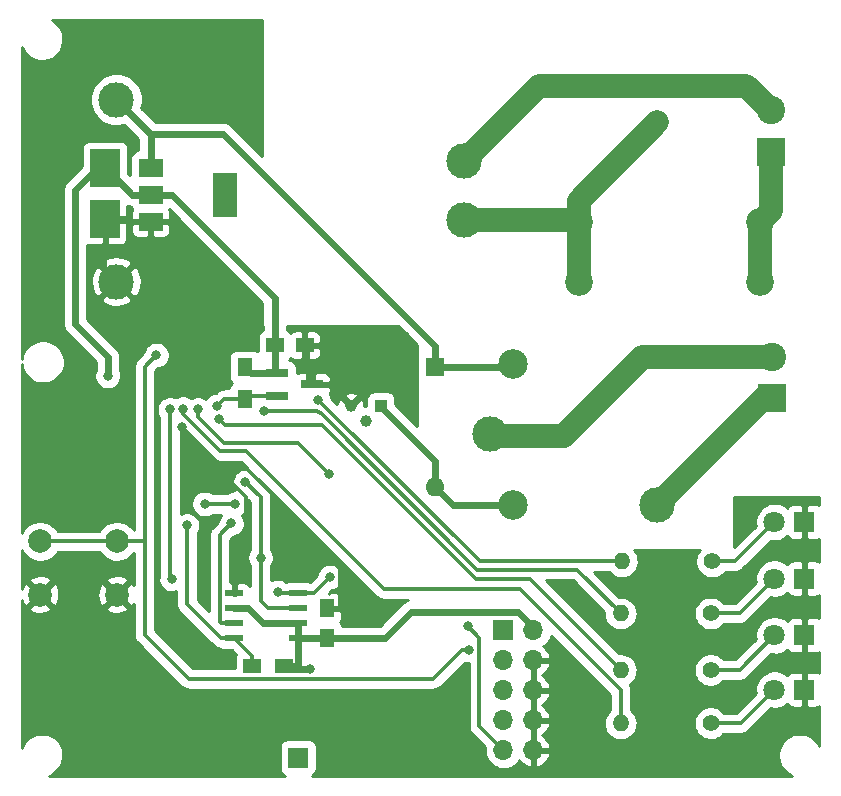
<source format=gbl>
G04 #@! TF.GenerationSoftware,KiCad,Pcbnew,no-vcs-found-feba091~58~ubuntu16.04.1*
G04 #@! TF.CreationDate,2017-03-28T16:17:10+03:00*
G04 #@! TF.ProjectId,heater_actuator_node,6865617465725F6163747561746F725F,rev?*
G04 #@! TF.FileFunction,Copper,L2,Bot,Signal*
G04 #@! TF.FilePolarity,Positive*
%FSLAX46Y46*%
G04 Gerber Fmt 4.6, Leading zero omitted, Abs format (unit mm)*
G04 Created by KiCad (PCBNEW no-vcs-found-feba091~58~ubuntu16.04.1) date Tue Mar 28 16:17:10 2017*
%MOMM*%
%LPD*%
G01*
G04 APERTURE LIST*
%ADD10C,0.100000*%
%ADD11C,0.800000*%
%ADD12C,1.400000*%
%ADD13O,1.400000X1.400000*%
%ADD14C,2.000000*%
%ADD15R,1.250000X1.500000*%
%ADD16R,1.500000X1.250000*%
%ADD17R,2.500000X3.200000*%
%ADD18O,1.700000X1.700000*%
%ADD19R,1.700000X1.700000*%
%ADD20O,1.600000X1.600000*%
%ADD21R,1.600000X1.600000*%
%ADD22C,1.800000*%
%ADD23R,1.800000X1.800000*%
%ADD24C,2.349500*%
%ADD25R,1.000000X1.000000*%
%ADD26C,1.000000*%
%ADD27R,1.500000X1.300000*%
%ADD28R,1.300000X1.500000*%
%ADD29C,2.500000*%
%ADD30C,3.000000*%
%ADD31R,1.550000X0.600000*%
%ADD32R,1.900000X0.800000*%
%ADD33R,2.000000X1.500000*%
%ADD34R,2.000000X3.800000*%
%ADD35C,2.400000*%
%ADD36R,2.400000X2.400000*%
%ADD37C,0.350000*%
%ADD38C,0.600000*%
%ADD39C,2.000000*%
%ADD40C,0.254000*%
G04 APERTURE END LIST*
D10*
D11*
X147775000Y-116650000D03*
X147775000Y-118150000D03*
X146275000Y-118150000D03*
X146275000Y-116650000D03*
X141250000Y-116400000D03*
X141250000Y-117900000D03*
X139750000Y-117900000D03*
X139750000Y-116400000D03*
X135675000Y-82075000D03*
X135675000Y-83575000D03*
X134175000Y-83575000D03*
X134175000Y-82075000D03*
X121150000Y-67350000D03*
X119650000Y-65850000D03*
X121150000Y-64350000D03*
X119650000Y-64350000D03*
X119650000Y-67350000D03*
X121150000Y-65850000D03*
X127625000Y-66425000D03*
X127625000Y-64925000D03*
X127625000Y-63425000D03*
X130650000Y-59025000D03*
X132150000Y-59025000D03*
X133650000Y-59025000D03*
X135150000Y-59025000D03*
X129150000Y-59025000D03*
X122650000Y-62025000D03*
X124150000Y-60525000D03*
X121150000Y-62025000D03*
X125650000Y-60525000D03*
X124150000Y-59025000D03*
X122650000Y-60525000D03*
X121150000Y-60525000D03*
X125650000Y-59025000D03*
X124150000Y-62025000D03*
X127150000Y-60525000D03*
X121150000Y-59025000D03*
X127150000Y-62025000D03*
X125650000Y-62025000D03*
X127150000Y-59025000D03*
X122650000Y-59025000D03*
X118225000Y-82300000D03*
X118225000Y-83800000D03*
X116725000Y-83800000D03*
X116725000Y-82300000D03*
X148400000Y-86500000D03*
X146900000Y-85000000D03*
X148400000Y-85000000D03*
X146900000Y-86500000D03*
X144250000Y-86500000D03*
X145600000Y-85000000D03*
X144250000Y-85000000D03*
X142750000Y-85000000D03*
X142750000Y-86500000D03*
X145600000Y-86500000D03*
X167850000Y-120350000D03*
X167850000Y-121850000D03*
X166350000Y-121850000D03*
X166350000Y-120350000D03*
X170700000Y-120350000D03*
X170700000Y-121850000D03*
X169200000Y-121850000D03*
X172200000Y-121850000D03*
X169200000Y-120350000D03*
X172200000Y-120350000D03*
X127425000Y-121650000D03*
X130425000Y-121650000D03*
X128925000Y-121650000D03*
X130425000Y-120150000D03*
X127425000Y-120150000D03*
X128925000Y-120150000D03*
X151275000Y-120125000D03*
X151275000Y-121625000D03*
X149775000Y-121625000D03*
X152775000Y-121625000D03*
X149775000Y-120125000D03*
X152775000Y-120125000D03*
X144775000Y-121625000D03*
X147775000Y-121625000D03*
X146275000Y-121625000D03*
X147775000Y-120125000D03*
X144775000Y-120125000D03*
X146275000Y-120125000D03*
X133875000Y-121650000D03*
X133875000Y-120150000D03*
X135375000Y-120150000D03*
X135375000Y-121650000D03*
X132375000Y-121650000D03*
X132375000Y-120150000D03*
X116700000Y-80725000D03*
X116700000Y-79225000D03*
X118200000Y-80725000D03*
X118200000Y-77725000D03*
X116700000Y-76225000D03*
X118200000Y-79225000D03*
X118200000Y-76225000D03*
X116700000Y-77725000D03*
X118175000Y-73200000D03*
X116675000Y-71700000D03*
X118175000Y-70200000D03*
X116675000Y-70200000D03*
X118175000Y-74700000D03*
X116675000Y-74700000D03*
X116675000Y-73200000D03*
X118175000Y-71700000D03*
X116675000Y-65850000D03*
X118175000Y-68850000D03*
X118175000Y-67350000D03*
X118175000Y-65850000D03*
X118175000Y-64350000D03*
X116675000Y-64350000D03*
X116675000Y-68850000D03*
X116675000Y-67350000D03*
X122600000Y-121350000D03*
X122600000Y-116850000D03*
X121100000Y-116850000D03*
X121100000Y-121350000D03*
X122600000Y-119850000D03*
X121100000Y-119850000D03*
X121100000Y-118350000D03*
X124100000Y-116850000D03*
X124100000Y-119850000D03*
X122600000Y-118350000D03*
X124100000Y-118350000D03*
X124100000Y-121350000D03*
X163250000Y-118550000D03*
X164750000Y-120050000D03*
X161750000Y-118550000D03*
X164750000Y-118550000D03*
X164750000Y-115550000D03*
X163250000Y-117050000D03*
X163250000Y-115550000D03*
X164750000Y-117050000D03*
X161750000Y-120050000D03*
X161750000Y-115550000D03*
X163250000Y-120050000D03*
X161750000Y-117050000D03*
X116700000Y-93650000D03*
X119700000Y-95150000D03*
X118200000Y-95150000D03*
X116700000Y-95150000D03*
X119700000Y-98150000D03*
X118200000Y-96650000D03*
X116700000Y-98150000D03*
X119700000Y-93650000D03*
X118200000Y-98150000D03*
X116700000Y-96650000D03*
X119700000Y-96650000D03*
X118200000Y-93650000D03*
X130500000Y-83400000D03*
X129000000Y-83400000D03*
X127500000Y-83400000D03*
X130500000Y-81900000D03*
X129000000Y-81900000D03*
X127500000Y-81900000D03*
X130500000Y-80400000D03*
X129000000Y-80400000D03*
X127500000Y-80400000D03*
X130500000Y-78900000D03*
X129000000Y-78900000D03*
X127500000Y-78900000D03*
X135150000Y-66450000D03*
X133650000Y-66450000D03*
X132150000Y-66450000D03*
X130650000Y-66450000D03*
X129150000Y-66450000D03*
X135150000Y-64950000D03*
X133650000Y-64950000D03*
X132150000Y-64950000D03*
X130650000Y-64950000D03*
X129150000Y-64950000D03*
X135150000Y-63450000D03*
X133650000Y-63450000D03*
X132150000Y-63450000D03*
X130650000Y-63450000D03*
X129150000Y-63450000D03*
X135150000Y-61950000D03*
X133650000Y-61950000D03*
X132150000Y-61950000D03*
X130650000Y-61950000D03*
X129150000Y-61950000D03*
X135150000Y-60450000D03*
X133650000Y-60450000D03*
X132150000Y-60450000D03*
X130650000Y-60450000D03*
X129150000Y-60450000D03*
D12*
X174270000Y-117775000D03*
D13*
X166650000Y-117775000D03*
D12*
X174270000Y-113275000D03*
D13*
X166650000Y-113275000D03*
D12*
X174270000Y-108475000D03*
D13*
X166650000Y-108475000D03*
D12*
X174370000Y-104075000D03*
D13*
X166750000Y-104075000D03*
D14*
X117500000Y-106875000D03*
X117500000Y-102375000D03*
X124000000Y-106875000D03*
X124000000Y-102375000D03*
D15*
X141800000Y-110525000D03*
X141800000Y-108025000D03*
D16*
X139900000Y-85775000D03*
X137400000Y-85775000D03*
D17*
X123000000Y-70775000D03*
X123000000Y-75075000D03*
D18*
X159265000Y-120065000D03*
X156725000Y-120065000D03*
X159265000Y-117525000D03*
X156725000Y-117525000D03*
X159265000Y-114985000D03*
X156725000Y-114985000D03*
X159265000Y-112445000D03*
X156725000Y-112445000D03*
X159265000Y-109905000D03*
D19*
X156725000Y-109905000D03*
D20*
X150950000Y-97775000D03*
D21*
X150950000Y-87615000D03*
D22*
X179675000Y-110325000D03*
D23*
X182215000Y-110325000D03*
D22*
X179675000Y-105525000D03*
D23*
X182215000Y-105525000D03*
X182215000Y-100725000D03*
D22*
X179675000Y-100725000D03*
D23*
X182215000Y-114925000D03*
D22*
X179675000Y-114925000D03*
D24*
X163089360Y-80415000D03*
X163089360Y-75335000D03*
X178410640Y-80415000D03*
X178410640Y-75335000D03*
D19*
X139350000Y-120675000D03*
D25*
X146350000Y-90875000D03*
D26*
X143810000Y-90875000D03*
X145080000Y-92145000D03*
D27*
X138175000Y-112900000D03*
X135475000Y-112900000D03*
D28*
X134850000Y-90325000D03*
X134850000Y-87625000D03*
D29*
X157500000Y-99325000D03*
X157500000Y-87325000D03*
D30*
X155550000Y-93275000D03*
X169750000Y-99275000D03*
D31*
X139350000Y-110580000D03*
X139350000Y-109310000D03*
X139350000Y-108040000D03*
X139350000Y-106770000D03*
X133950000Y-106770000D03*
X133950000Y-108040000D03*
X133950000Y-109310000D03*
X133950000Y-110580000D03*
D32*
X140550000Y-89075000D03*
X137550000Y-88125000D03*
X137550000Y-90025000D03*
D33*
X126850000Y-75325000D03*
X126850000Y-70725000D03*
X126850000Y-73025000D03*
D34*
X133150000Y-73025000D03*
D30*
X153350000Y-75175000D03*
X153350000Y-70175000D03*
X123950000Y-80375000D03*
X123950000Y-64975000D03*
D22*
X162250000Y-63775000D03*
X169750000Y-66875000D03*
D35*
X179450000Y-86775000D03*
D36*
X179450000Y-90275000D03*
X179350000Y-69375000D03*
D35*
X179350000Y-65875000D03*
D11*
X129496272Y-92728728D03*
X123225000Y-88375000D03*
X140375000Y-113150000D03*
X127350000Y-86600000D03*
X153800000Y-111575000D03*
X153700000Y-109550000D03*
X133700000Y-100850000D03*
X134884451Y-97346903D03*
X136175000Y-103750000D03*
X137625000Y-106650000D03*
X142025000Y-105400000D03*
X130875000Y-91200000D03*
X141975000Y-96700000D03*
X132511533Y-90903986D03*
X141050000Y-90425000D03*
X136450000Y-91300000D03*
X132605348Y-91999990D03*
X129925000Y-101025000D03*
X129583441Y-91138894D03*
X128485253Y-91202218D03*
X128650000Y-105550000D03*
X134025010Y-99167270D03*
X131425000Y-99200000D03*
D37*
X133950000Y-106770000D02*
X133950000Y-106120000D01*
X133950000Y-106120000D02*
X134900011Y-105169989D01*
X134900011Y-105169989D02*
X134900011Y-98657467D01*
X134900011Y-98657467D02*
X132525000Y-96282456D01*
X132525000Y-96282456D02*
X132525000Y-95757456D01*
X141800000Y-108025000D02*
X142925000Y-108025000D01*
X142925000Y-108025000D02*
X142925000Y-104150000D01*
X142925000Y-104150000D02*
X134532456Y-95757456D01*
X134532456Y-95757456D02*
X132525000Y-95757456D01*
X140550000Y-89075000D02*
X142000000Y-89075000D01*
X142000000Y-89075000D02*
X143015000Y-90090000D01*
X143015000Y-90090000D02*
X143025000Y-90090000D01*
X143025000Y-90090000D02*
X143810000Y-90875000D01*
X140550000Y-89075000D02*
X140200000Y-88725000D01*
X140200000Y-88725000D02*
X140200000Y-86075000D01*
X140200000Y-86075000D02*
X139900000Y-85775000D01*
X132525000Y-95757456D02*
X129496272Y-92728728D01*
X182215000Y-110325000D02*
X182215000Y-114925000D01*
X182215000Y-105525000D02*
X182215000Y-110325000D01*
X182215000Y-100725000D02*
X182215000Y-105525000D01*
X126850000Y-75325000D02*
X123250000Y-75325000D01*
X123250000Y-75325000D02*
X123000000Y-75075000D01*
X123000000Y-75075000D02*
X123000000Y-79425000D01*
X123000000Y-79425000D02*
X123950000Y-80375000D01*
D38*
X159265000Y-109905000D02*
X159200000Y-109840000D01*
X159200000Y-109840000D02*
X159200000Y-109599998D01*
X157925002Y-108325000D02*
X148875000Y-108325000D01*
X146675000Y-110525000D02*
X141800000Y-110525000D01*
X159200000Y-109599998D02*
X157925002Y-108325000D01*
X148875000Y-108325000D02*
X146675000Y-110525000D01*
X139350000Y-110580000D02*
X139350000Y-112900000D01*
X139350000Y-112900000D02*
X138175000Y-112900000D01*
X123225000Y-88375000D02*
X123225000Y-86725000D01*
X123225000Y-86725000D02*
X120475000Y-83975000D01*
X120475000Y-83975000D02*
X120475000Y-72625000D01*
X120475000Y-72625000D02*
X122325000Y-70775000D01*
X122325000Y-70775000D02*
X123000000Y-70775000D01*
X137400000Y-85775000D02*
X137400000Y-81800000D01*
X137400000Y-81800000D02*
X128625000Y-73025000D01*
X128625000Y-73025000D02*
X126850000Y-73025000D01*
X140375000Y-113150000D02*
X138425000Y-113150000D01*
X138425000Y-113150000D02*
X138175000Y-112900000D01*
X126850000Y-73025000D02*
X125300000Y-73025000D01*
X125300000Y-73025000D02*
X123050000Y-70775000D01*
X123050000Y-70775000D02*
X123000000Y-70775000D01*
X135075000Y-108040000D02*
X133950000Y-108040000D01*
X136345000Y-109310000D02*
X135075000Y-108040000D01*
X139350000Y-109310000D02*
X136345000Y-109310000D01*
X139350000Y-109310000D02*
X139350000Y-110580000D01*
X139350000Y-110580000D02*
X141745000Y-110580000D01*
X141745000Y-110580000D02*
X141800000Y-110525000D01*
X137550000Y-88125000D02*
X135350000Y-88125000D01*
X135350000Y-88125000D02*
X134850000Y-87625000D01*
X137400000Y-85775000D02*
X137400000Y-87975000D01*
X137400000Y-87975000D02*
X137550000Y-88125000D01*
D37*
X126350000Y-87600000D02*
X127350000Y-86600000D01*
X126350000Y-102375000D02*
X126350000Y-87600000D01*
X124000000Y-102375000D02*
X117500000Y-102375000D01*
X126350000Y-102375000D02*
X126350000Y-110289213D01*
X124000000Y-102375000D02*
X126350000Y-102375000D01*
X126350000Y-110289213D02*
X130085788Y-114025001D01*
X130085788Y-114025001D02*
X150784314Y-114025001D01*
X150784314Y-114025001D02*
X153234315Y-111575000D01*
X153234315Y-111575000D02*
X153800000Y-111575000D01*
X154675001Y-110525001D02*
X153700000Y-109550000D01*
X154675001Y-118015001D02*
X154675001Y-110525001D01*
X156725000Y-120065000D02*
X154675001Y-118015001D01*
X132699999Y-101850001D02*
X133700000Y-100850000D01*
X132699999Y-109184999D02*
X132699999Y-101850001D01*
X132825000Y-109310000D02*
X132699999Y-109184999D01*
X133950000Y-109310000D02*
X132825000Y-109310000D01*
X136175000Y-98637452D02*
X134884451Y-97346903D01*
X136175000Y-103750000D02*
X136175000Y-98637452D01*
X136175000Y-107400000D02*
X136815000Y-108040000D01*
X136815000Y-108040000D02*
X139350000Y-108040000D01*
X136175000Y-103750000D02*
X136175000Y-107400000D01*
X137745000Y-106770000D02*
X137625000Y-106650000D01*
X139350000Y-106770000D02*
X137745000Y-106770000D01*
X140655000Y-106770000D02*
X142025000Y-105400000D01*
X139350000Y-106770000D02*
X140655000Y-106770000D01*
D38*
X150950000Y-97775000D02*
X150950000Y-97800000D01*
X150950000Y-97800000D02*
X152475000Y-99325000D01*
X152475000Y-99325000D02*
X157500000Y-99325000D01*
X150950000Y-97775000D02*
X150950000Y-95600000D01*
X150950000Y-95600000D02*
X146350000Y-91000000D01*
X146350000Y-91000000D02*
X146350000Y-90875000D01*
X150950000Y-87615000D02*
X150950000Y-85850000D01*
X132975000Y-67875000D02*
X126850000Y-67875000D01*
X150950000Y-85850000D02*
X132975000Y-67875000D01*
X150950000Y-87615000D02*
X157210000Y-87615000D01*
X157210000Y-87615000D02*
X157500000Y-87325000D01*
X126850000Y-70725000D02*
X126850000Y-67875000D01*
X126850000Y-67875000D02*
X123950000Y-64975000D01*
D37*
X174270000Y-113275000D02*
X176725000Y-113275000D01*
X176725000Y-113275000D02*
X179675000Y-110325000D01*
X174270000Y-108475000D02*
X176725000Y-108475000D01*
X176725000Y-108475000D02*
X179675000Y-105525000D01*
X179675000Y-100725000D02*
X176325000Y-104075000D01*
X176325000Y-104075000D02*
X174370000Y-104075000D01*
X174270000Y-117775000D02*
X176825000Y-117775000D01*
X176825000Y-117775000D02*
X179675000Y-114925000D01*
D39*
X163089360Y-75335000D02*
X163089360Y-73535640D01*
X163089360Y-73535640D02*
X169750000Y-66875000D01*
X153350000Y-75175000D02*
X162929360Y-75175000D01*
X162929360Y-75175000D02*
X163089360Y-75335000D01*
X163089360Y-80415000D02*
X163089360Y-75335000D01*
X178410640Y-75335000D02*
X178410640Y-80415000D01*
X179350000Y-69375000D02*
X179350000Y-74395640D01*
X179350000Y-74395640D02*
X178410640Y-75335000D01*
D37*
X130875000Y-91845004D02*
X130875000Y-91200000D01*
X139352993Y-94077993D02*
X133107989Y-94077993D01*
X141975000Y-96700000D02*
X139352993Y-94077993D01*
X133107989Y-94077993D02*
X130875000Y-91845004D01*
X133090519Y-90325000D02*
X132511533Y-90903986D01*
X134850000Y-90325000D02*
X133090519Y-90325000D01*
X137550000Y-90025000D02*
X135150000Y-90025000D01*
X135150000Y-90025000D02*
X134850000Y-90325000D01*
X154738508Y-104075000D02*
X141488507Y-90824999D01*
X166750000Y-104075000D02*
X154738508Y-104075000D01*
X141449999Y-90824999D02*
X141050000Y-90425000D01*
X141488507Y-90824999D02*
X141449999Y-90824999D01*
X166650000Y-108475000D02*
X162950000Y-104775000D01*
X162950000Y-104775000D02*
X154519254Y-104775000D01*
X154519254Y-104775000D02*
X141269245Y-91524991D01*
X141269245Y-91524991D02*
X141199991Y-91524991D01*
X140975000Y-91300000D02*
X136450000Y-91300000D01*
X141199991Y-91524991D02*
X140975000Y-91300000D01*
X166650000Y-113275000D02*
X158975000Y-105600000D01*
X133134620Y-92529262D02*
X132605348Y-91999990D01*
X141354262Y-92529262D02*
X133134620Y-92529262D01*
X154425000Y-105600000D02*
X141354262Y-92529262D01*
X158975000Y-105600000D02*
X154425000Y-105600000D01*
X129925000Y-101025000D02*
X129925000Y-107680000D01*
X129925000Y-107680000D02*
X132825000Y-110580000D01*
X132825000Y-110580000D02*
X133950000Y-110580000D01*
X135475000Y-112900000D02*
X135475000Y-112105000D01*
X135475000Y-112105000D02*
X133950000Y-110580000D01*
X166650000Y-117775000D02*
X166650000Y-114975000D01*
X166650000Y-114975000D02*
X158100000Y-106425000D01*
X158100000Y-106425000D02*
X146594254Y-106425000D01*
X129600000Y-91595004D02*
X129600000Y-91155453D01*
X146594254Y-106425000D02*
X134897258Y-94728004D01*
X134897258Y-94728004D02*
X132733000Y-94728004D01*
X132733000Y-94728004D02*
X129600000Y-91595004D01*
X129600000Y-91155453D02*
X129583441Y-91138894D01*
D39*
X179450000Y-86775000D02*
X168500000Y-86775000D01*
X161825000Y-93450000D02*
X155725000Y-93450000D01*
X168500000Y-86775000D02*
X161825000Y-93450000D01*
D37*
X155725000Y-93450000D02*
X155550000Y-93275000D01*
D39*
X169750000Y-99275000D02*
X178750000Y-90275000D01*
D37*
X178750000Y-90275000D02*
X179450000Y-90275000D01*
D39*
X162250000Y-63775000D02*
X177250000Y-63775000D01*
X177250000Y-63775000D02*
X179350000Y-65875000D01*
X153350000Y-70175000D02*
X159750000Y-63775000D01*
X159750000Y-63775000D02*
X162250000Y-63775000D01*
D37*
X128650000Y-105550000D02*
X128485253Y-105385253D01*
X128485253Y-105385253D02*
X128485253Y-91202218D01*
X133992280Y-99200000D02*
X134025010Y-99167270D01*
X131425000Y-99200000D02*
X133992280Y-99200000D01*
D40*
G36*
X183473000Y-99300500D02*
X183415785Y-99262270D01*
X183300223Y-99214403D01*
X183177542Y-99190000D01*
X182500750Y-99190000D01*
X182342000Y-99348750D01*
X182342000Y-100598000D01*
X182362000Y-100598000D01*
X182362000Y-100852000D01*
X182342000Y-100852000D01*
X182342000Y-102101250D01*
X182500750Y-102260000D01*
X183177542Y-102260000D01*
X183300223Y-102235597D01*
X183415785Y-102187730D01*
X183473000Y-102149500D01*
X183473000Y-104100500D01*
X183415785Y-104062270D01*
X183300223Y-104014403D01*
X183177542Y-103990000D01*
X182500750Y-103990000D01*
X182342000Y-104148750D01*
X182342000Y-105398000D01*
X182362000Y-105398000D01*
X182362000Y-105652000D01*
X182342000Y-105652000D01*
X182342000Y-106901250D01*
X182500750Y-107060000D01*
X183177542Y-107060000D01*
X183300223Y-107035597D01*
X183415785Y-106987730D01*
X183473000Y-106949500D01*
X183473000Y-108900500D01*
X183415785Y-108862270D01*
X183300223Y-108814403D01*
X183177542Y-108790000D01*
X182500750Y-108790000D01*
X182342000Y-108948750D01*
X182342000Y-110198000D01*
X182362000Y-110198000D01*
X182362000Y-110452000D01*
X182342000Y-110452000D01*
X182342000Y-111701250D01*
X182500750Y-111860000D01*
X183177542Y-111860000D01*
X183300223Y-111835597D01*
X183415785Y-111787730D01*
X183473000Y-111749500D01*
X183473000Y-113500500D01*
X183415785Y-113462270D01*
X183300223Y-113414403D01*
X183177542Y-113390000D01*
X182500750Y-113390000D01*
X182342000Y-113548750D01*
X182342000Y-114798000D01*
X182362000Y-114798000D01*
X182362000Y-115052000D01*
X182342000Y-115052000D01*
X182342000Y-116301250D01*
X182500750Y-116460000D01*
X183177542Y-116460000D01*
X183300223Y-116435597D01*
X183415785Y-116387730D01*
X183473000Y-116349500D01*
X183473000Y-119739406D01*
X183420951Y-119613125D01*
X183222674Y-119314695D01*
X182970208Y-119060461D01*
X182673170Y-118860106D01*
X182342873Y-118721262D01*
X181991898Y-118649217D01*
X181633613Y-118646716D01*
X181281666Y-118713853D01*
X180949463Y-118848072D01*
X180649656Y-119044260D01*
X180393665Y-119294945D01*
X180191241Y-119590577D01*
X180050094Y-119919897D01*
X179975601Y-120270361D01*
X179970599Y-120628619D01*
X180035277Y-120981026D01*
X180167174Y-121314159D01*
X180361264Y-121615328D01*
X180610156Y-121873062D01*
X180904368Y-122077545D01*
X181180077Y-122198000D01*
X140483130Y-122198000D01*
X140605853Y-122132403D01*
X140716554Y-122041554D01*
X140807403Y-121930853D01*
X140874910Y-121804557D01*
X140916480Y-121667517D01*
X140930517Y-121525000D01*
X140930517Y-119825000D01*
X140916480Y-119682483D01*
X140874910Y-119545443D01*
X140807403Y-119419147D01*
X140716554Y-119308446D01*
X140605853Y-119217597D01*
X140479557Y-119150090D01*
X140342517Y-119108520D01*
X140200000Y-119094483D01*
X138500000Y-119094483D01*
X138357483Y-119108520D01*
X138220443Y-119150090D01*
X138094147Y-119217597D01*
X137983446Y-119308446D01*
X137892597Y-119419147D01*
X137825090Y-119545443D01*
X137783520Y-119682483D01*
X137769483Y-119825000D01*
X137769483Y-121525000D01*
X137783520Y-121667517D01*
X137825090Y-121804557D01*
X137892597Y-121930853D01*
X137983446Y-122041554D01*
X138094147Y-122132403D01*
X138216870Y-122198000D01*
X118260258Y-122198000D01*
X118477739Y-122113645D01*
X118780256Y-121921662D01*
X119039722Y-121674576D01*
X119246254Y-121381798D01*
X119391985Y-121054481D01*
X119471364Y-120705092D01*
X119477078Y-120295853D01*
X119407485Y-119944384D01*
X119270951Y-119613125D01*
X119072674Y-119314695D01*
X118820208Y-119060461D01*
X118523170Y-118860106D01*
X118192873Y-118721262D01*
X117841898Y-118649217D01*
X117483613Y-118646716D01*
X117131666Y-118713853D01*
X116799463Y-118848072D01*
X116499656Y-119044260D01*
X116243665Y-119294945D01*
X116041241Y-119590577D01*
X115927000Y-119857121D01*
X115927000Y-108010413D01*
X116544192Y-108010413D01*
X116639956Y-108274814D01*
X116929571Y-108415704D01*
X117241108Y-108497384D01*
X117562595Y-108516718D01*
X117881675Y-108472961D01*
X118186088Y-108367795D01*
X118360044Y-108274814D01*
X118455808Y-108010413D01*
X123044192Y-108010413D01*
X123139956Y-108274814D01*
X123429571Y-108415704D01*
X123741108Y-108497384D01*
X124062595Y-108516718D01*
X124381675Y-108472961D01*
X124686088Y-108367795D01*
X124860044Y-108274814D01*
X124955808Y-108010413D01*
X124000000Y-107054605D01*
X123044192Y-108010413D01*
X118455808Y-108010413D01*
X117500000Y-107054605D01*
X116544192Y-108010413D01*
X115927000Y-108010413D01*
X115927000Y-107328927D01*
X116007205Y-107561088D01*
X116100186Y-107735044D01*
X116364587Y-107830808D01*
X117320395Y-106875000D01*
X117679605Y-106875000D01*
X118635413Y-107830808D01*
X118899814Y-107735044D01*
X119040704Y-107445429D01*
X119122384Y-107133892D01*
X119134189Y-106937595D01*
X122358282Y-106937595D01*
X122402039Y-107256675D01*
X122507205Y-107561088D01*
X122600186Y-107735044D01*
X122864587Y-107830808D01*
X123820395Y-106875000D01*
X122864587Y-105919192D01*
X122600186Y-106014956D01*
X122459296Y-106304571D01*
X122377616Y-106616108D01*
X122358282Y-106937595D01*
X119134189Y-106937595D01*
X119141718Y-106812405D01*
X119097961Y-106493325D01*
X118992795Y-106188912D01*
X118899814Y-106014956D01*
X118635413Y-105919192D01*
X117679605Y-106875000D01*
X117320395Y-106875000D01*
X116364587Y-105919192D01*
X116100186Y-106014956D01*
X115959296Y-106304571D01*
X115927000Y-106427752D01*
X115927000Y-105739587D01*
X116544192Y-105739587D01*
X117500000Y-106695395D01*
X118455808Y-105739587D01*
X123044192Y-105739587D01*
X124000000Y-106695395D01*
X124955808Y-105739587D01*
X124860044Y-105475186D01*
X124570429Y-105334296D01*
X124258892Y-105252616D01*
X123937405Y-105233282D01*
X123618325Y-105277039D01*
X123313912Y-105382205D01*
X123139956Y-105475186D01*
X123044192Y-105739587D01*
X118455808Y-105739587D01*
X118360044Y-105475186D01*
X118070429Y-105334296D01*
X117758892Y-105252616D01*
X117437405Y-105233282D01*
X117118325Y-105277039D01*
X116813912Y-105382205D01*
X116639956Y-105475186D01*
X116544192Y-105739587D01*
X115927000Y-105739587D01*
X115927000Y-103093603D01*
X115956546Y-103168228D01*
X116140013Y-103452913D01*
X116375281Y-103696540D01*
X116653390Y-103889831D01*
X116963746Y-104025422D01*
X117294527Y-104098149D01*
X117633135Y-104105241D01*
X117966672Y-104046430D01*
X118282433Y-103923954D01*
X118568392Y-103742479D01*
X118813656Y-103508917D01*
X118977255Y-103277000D01*
X122526645Y-103277000D01*
X122640013Y-103452913D01*
X122875281Y-103696540D01*
X123153390Y-103889831D01*
X123463746Y-104025422D01*
X123794527Y-104098149D01*
X124133135Y-104105241D01*
X124466672Y-104046430D01*
X124782433Y-103923954D01*
X125068392Y-103742479D01*
X125313656Y-103508917D01*
X125448000Y-103318472D01*
X125448000Y-106105106D01*
X125399814Y-106014956D01*
X125135413Y-105919192D01*
X124179605Y-106875000D01*
X125135413Y-107830808D01*
X125399814Y-107735044D01*
X125448000Y-107635992D01*
X125448000Y-110289213D01*
X125456138Y-110372214D01*
X125463393Y-110455137D01*
X125464715Y-110459686D01*
X125465178Y-110464412D01*
X125489284Y-110544255D01*
X125512506Y-110624186D01*
X125514687Y-110628394D01*
X125516059Y-110632938D01*
X125555181Y-110706516D01*
X125593519Y-110780478D01*
X125596480Y-110784187D01*
X125598705Y-110788372D01*
X125651360Y-110852933D01*
X125703347Y-110918056D01*
X125709853Y-110924653D01*
X125709967Y-110924793D01*
X125710096Y-110924900D01*
X125712190Y-110927023D01*
X129447978Y-114662811D01*
X129512386Y-114715717D01*
X129576188Y-114769253D01*
X129580341Y-114771536D01*
X129584009Y-114774549D01*
X129657484Y-114813946D01*
X129730452Y-114854061D01*
X129734970Y-114855494D01*
X129739153Y-114857737D01*
X129818844Y-114882100D01*
X129898252Y-114907290D01*
X129902967Y-114907819D01*
X129907501Y-114909205D01*
X129990400Y-114917626D01*
X130073194Y-114926913D01*
X130082459Y-114926978D01*
X130082639Y-114926996D01*
X130082806Y-114926980D01*
X130085788Y-114927001D01*
X150784314Y-114927001D01*
X150867315Y-114918863D01*
X150950238Y-114911608D01*
X150954787Y-114910286D01*
X150959513Y-114909823D01*
X151039356Y-114885717D01*
X151119287Y-114862495D01*
X151123495Y-114860314D01*
X151128039Y-114858942D01*
X151201617Y-114819820D01*
X151275579Y-114781482D01*
X151279288Y-114778521D01*
X151283473Y-114776296D01*
X151348034Y-114723641D01*
X151413157Y-114671654D01*
X151419754Y-114665148D01*
X151419894Y-114665034D01*
X151420001Y-114664905D01*
X151422124Y-114662811D01*
X153438122Y-112646814D01*
X153450053Y-112652027D01*
X153665913Y-112699487D01*
X153773001Y-112701730D01*
X153773001Y-118015001D01*
X153781139Y-118098002D01*
X153788394Y-118180925D01*
X153789716Y-118185474D01*
X153790179Y-118190200D01*
X153814285Y-118270043D01*
X153837507Y-118349974D01*
X153839688Y-118354182D01*
X153841060Y-118358726D01*
X153880182Y-118432304D01*
X153918520Y-118506266D01*
X153921481Y-118509975D01*
X153923706Y-118514160D01*
X153976361Y-118578721D01*
X154028348Y-118643844D01*
X154034854Y-118650441D01*
X154034968Y-118650581D01*
X154035097Y-118650688D01*
X154037191Y-118652811D01*
X155168747Y-119784368D01*
X155140408Y-120053991D01*
X155168303Y-120360500D01*
X155255201Y-120655755D01*
X155397793Y-120928507D01*
X155590647Y-121168369D01*
X155826417Y-121366204D01*
X156096124Y-121514476D01*
X156389493Y-121607539D01*
X156695352Y-121641846D01*
X156717370Y-121642000D01*
X156732630Y-121642000D01*
X157038938Y-121611966D01*
X157333578Y-121523009D01*
X157605328Y-121378517D01*
X157843838Y-121183993D01*
X158040022Y-120946847D01*
X158056437Y-120916488D01*
X158167412Y-121065269D01*
X158383645Y-121260178D01*
X158633748Y-121409157D01*
X158908109Y-121506481D01*
X159138000Y-121385814D01*
X159138000Y-120192000D01*
X159392000Y-120192000D01*
X159392000Y-121385814D01*
X159621891Y-121506481D01*
X159896252Y-121409157D01*
X160146355Y-121260178D01*
X160362588Y-121065269D01*
X160536641Y-120831920D01*
X160661825Y-120569099D01*
X160706476Y-120421890D01*
X160585155Y-120192000D01*
X159392000Y-120192000D01*
X159138000Y-120192000D01*
X159118000Y-120192000D01*
X159118000Y-119938000D01*
X159138000Y-119938000D01*
X159138000Y-117652000D01*
X159392000Y-117652000D01*
X159392000Y-119938000D01*
X160585155Y-119938000D01*
X160706476Y-119708110D01*
X160661825Y-119560901D01*
X160536641Y-119298080D01*
X160362588Y-119064731D01*
X160146355Y-118869822D01*
X160020745Y-118795000D01*
X160146355Y-118720178D01*
X160362588Y-118525269D01*
X160536641Y-118291920D01*
X160661825Y-118029099D01*
X160706476Y-117881890D01*
X160585155Y-117652000D01*
X159392000Y-117652000D01*
X159138000Y-117652000D01*
X159118000Y-117652000D01*
X159118000Y-117398000D01*
X159138000Y-117398000D01*
X159138000Y-115112000D01*
X159392000Y-115112000D01*
X159392000Y-117398000D01*
X160585155Y-117398000D01*
X160706476Y-117168110D01*
X160661825Y-117020901D01*
X160536641Y-116758080D01*
X160362588Y-116524731D01*
X160146355Y-116329822D01*
X160020745Y-116255000D01*
X160146355Y-116180178D01*
X160362588Y-115985269D01*
X160536641Y-115751920D01*
X160661825Y-115489099D01*
X160706476Y-115341890D01*
X160585155Y-115112000D01*
X159392000Y-115112000D01*
X159138000Y-115112000D01*
X159118000Y-115112000D01*
X159118000Y-114858000D01*
X159138000Y-114858000D01*
X159138000Y-112572000D01*
X159392000Y-112572000D01*
X159392000Y-114858000D01*
X160585155Y-114858000D01*
X160706476Y-114628110D01*
X160661825Y-114480901D01*
X160536641Y-114218080D01*
X160362588Y-113984731D01*
X160146355Y-113789822D01*
X160020745Y-113715000D01*
X160146355Y-113640178D01*
X160362588Y-113445269D01*
X160536641Y-113211920D01*
X160661825Y-112949099D01*
X160706476Y-112801890D01*
X160585155Y-112572000D01*
X159392000Y-112572000D01*
X159138000Y-112572000D01*
X159118000Y-112572000D01*
X159118000Y-112318000D01*
X159138000Y-112318000D01*
X159138000Y-112298000D01*
X159392000Y-112298000D01*
X159392000Y-112318000D01*
X160585155Y-112318000D01*
X160706476Y-112088110D01*
X160661825Y-111940901D01*
X160536641Y-111678080D01*
X160362588Y-111444731D01*
X160146355Y-111249822D01*
X160118103Y-111232993D01*
X160145328Y-111218517D01*
X160383838Y-111023993D01*
X160580022Y-110786847D01*
X160726408Y-110516112D01*
X160771104Y-110371724D01*
X165748000Y-115348620D01*
X165748000Y-116672388D01*
X165637582Y-116762443D01*
X165460058Y-116977032D01*
X165327596Y-117222015D01*
X165245241Y-117488062D01*
X165216130Y-117765038D01*
X165241371Y-118042393D01*
X165320004Y-118309564D01*
X165449032Y-118556373D01*
X165623542Y-118773420D01*
X165836887Y-118952437D01*
X166080940Y-119086606D01*
X166346405Y-119170817D01*
X166623171Y-119201861D01*
X166643095Y-119202000D01*
X166656905Y-119202000D01*
X166934077Y-119174823D01*
X167200692Y-119094327D01*
X167446595Y-118963579D01*
X167662418Y-118787557D01*
X167839942Y-118572968D01*
X167972404Y-118327985D01*
X168054759Y-118061938D01*
X168072306Y-117894986D01*
X172841124Y-117894986D01*
X172891642Y-118170238D01*
X172994661Y-118430435D01*
X173146258Y-118665667D01*
X173340658Y-118866974D01*
X173570456Y-119026687D01*
X173826899Y-119138725D01*
X174100220Y-119198818D01*
X174380008Y-119204679D01*
X174655605Y-119156084D01*
X174916516Y-119054883D01*
X175152800Y-118904933D01*
X175355459Y-118711943D01*
X175380109Y-118677000D01*
X176825000Y-118677000D01*
X176908001Y-118668862D01*
X176990924Y-118661607D01*
X176995473Y-118660285D01*
X177000199Y-118659822D01*
X177080042Y-118635716D01*
X177159973Y-118612494D01*
X177164181Y-118610313D01*
X177168725Y-118608941D01*
X177242303Y-118569819D01*
X177316265Y-118531481D01*
X177319974Y-118528520D01*
X177324159Y-118526295D01*
X177388720Y-118473640D01*
X177453843Y-118421653D01*
X177460440Y-118415147D01*
X177460580Y-118415033D01*
X177460687Y-118414904D01*
X177462810Y-118412810D01*
X179355037Y-116520584D01*
X179481425Y-116548372D01*
X179800426Y-116555054D01*
X180114649Y-116499648D01*
X180412127Y-116384264D01*
X180681528Y-116213297D01*
X180760496Y-116138096D01*
X180821763Y-116229789D01*
X180910211Y-116318237D01*
X181014215Y-116387730D01*
X181129777Y-116435597D01*
X181252458Y-116460000D01*
X181929250Y-116460000D01*
X182088000Y-116301250D01*
X182088000Y-115052000D01*
X182068000Y-115052000D01*
X182068000Y-114798000D01*
X182088000Y-114798000D01*
X182088000Y-113548750D01*
X181929250Y-113390000D01*
X181252458Y-113390000D01*
X181129777Y-113414403D01*
X181014215Y-113462270D01*
X180910211Y-113531763D01*
X180821763Y-113620211D01*
X180761655Y-113710169D01*
X180717107Y-113665309D01*
X180452585Y-113486887D01*
X180158445Y-113363242D01*
X179845891Y-113299084D01*
X179526827Y-113296856D01*
X179213408Y-113356644D01*
X178917570Y-113476171D01*
X178650583Y-113650882D01*
X178422615Y-113874125D01*
X178242351Y-114137394D01*
X178116655Y-114430664D01*
X178050317Y-114742763D01*
X178045862Y-115061803D01*
X178079468Y-115244911D01*
X176451380Y-116873000D01*
X175384034Y-116873000D01*
X175381197Y-116868730D01*
X175184005Y-116670157D01*
X174952000Y-116513668D01*
X174694017Y-116405222D01*
X174419884Y-116348950D01*
X174140041Y-116346996D01*
X173865149Y-116399435D01*
X173605677Y-116504268D01*
X173371510Y-116657503D01*
X173171565Y-116853304D01*
X173013459Y-117084211D01*
X172903215Y-117341430D01*
X172845031Y-117615164D01*
X172841124Y-117894986D01*
X168072306Y-117894986D01*
X168083870Y-117784962D01*
X168058629Y-117507607D01*
X167979996Y-117240436D01*
X167850968Y-116993627D01*
X167676458Y-116776580D01*
X167552000Y-116672148D01*
X167552000Y-114975000D01*
X167543862Y-114891999D01*
X167536607Y-114809076D01*
X167535285Y-114804527D01*
X167534822Y-114799801D01*
X167510716Y-114719958D01*
X167487494Y-114640027D01*
X167485313Y-114635819D01*
X167483941Y-114631275D01*
X167444819Y-114557697D01*
X167406958Y-114484654D01*
X167446595Y-114463579D01*
X167662418Y-114287557D01*
X167839942Y-114072968D01*
X167972404Y-113827985D01*
X168054759Y-113561938D01*
X168072306Y-113394986D01*
X172841124Y-113394986D01*
X172891642Y-113670238D01*
X172994661Y-113930435D01*
X173146258Y-114165667D01*
X173340658Y-114366974D01*
X173570456Y-114526687D01*
X173826899Y-114638725D01*
X174100220Y-114698818D01*
X174380008Y-114704679D01*
X174655605Y-114656084D01*
X174916516Y-114554883D01*
X175152800Y-114404933D01*
X175355459Y-114211943D01*
X175380109Y-114177000D01*
X176725000Y-114177000D01*
X176808001Y-114168862D01*
X176890924Y-114161607D01*
X176895473Y-114160285D01*
X176900199Y-114159822D01*
X176980042Y-114135716D01*
X177059973Y-114112494D01*
X177064181Y-114110313D01*
X177068725Y-114108941D01*
X177142303Y-114069819D01*
X177216265Y-114031481D01*
X177219974Y-114028520D01*
X177224159Y-114026295D01*
X177288720Y-113973640D01*
X177353843Y-113921653D01*
X177360440Y-113915147D01*
X177360580Y-113915033D01*
X177360687Y-113914904D01*
X177362810Y-113912810D01*
X179355036Y-111920584D01*
X179481425Y-111948372D01*
X179800426Y-111955054D01*
X180114649Y-111899648D01*
X180412127Y-111784264D01*
X180681528Y-111613297D01*
X180760496Y-111538096D01*
X180821763Y-111629789D01*
X180910211Y-111718237D01*
X181014215Y-111787730D01*
X181129777Y-111835597D01*
X181252458Y-111860000D01*
X181929250Y-111860000D01*
X182088000Y-111701250D01*
X182088000Y-110452000D01*
X182068000Y-110452000D01*
X182068000Y-110198000D01*
X182088000Y-110198000D01*
X182088000Y-108948750D01*
X181929250Y-108790000D01*
X181252458Y-108790000D01*
X181129777Y-108814403D01*
X181014215Y-108862270D01*
X180910211Y-108931763D01*
X180821763Y-109020211D01*
X180761655Y-109110169D01*
X180717107Y-109065309D01*
X180452585Y-108886887D01*
X180158445Y-108763242D01*
X179845891Y-108699084D01*
X179526827Y-108696856D01*
X179213408Y-108756644D01*
X178917570Y-108876171D01*
X178650583Y-109050882D01*
X178422615Y-109274125D01*
X178242351Y-109537394D01*
X178116655Y-109830664D01*
X178050317Y-110142763D01*
X178045862Y-110461803D01*
X178079468Y-110644912D01*
X176351380Y-112373000D01*
X175384034Y-112373000D01*
X175381197Y-112368730D01*
X175184005Y-112170157D01*
X174952000Y-112013668D01*
X174694017Y-111905222D01*
X174419884Y-111848950D01*
X174140041Y-111846996D01*
X173865149Y-111899435D01*
X173605677Y-112004268D01*
X173371510Y-112157503D01*
X173171565Y-112353304D01*
X173013459Y-112584211D01*
X172903215Y-112841430D01*
X172845031Y-113115164D01*
X172841124Y-113394986D01*
X168072306Y-113394986D01*
X168083870Y-113284962D01*
X168058629Y-113007607D01*
X167979996Y-112740436D01*
X167850968Y-112493627D01*
X167676458Y-112276580D01*
X167463113Y-112097563D01*
X167219060Y-111963394D01*
X166953595Y-111879183D01*
X166676829Y-111848139D01*
X166656905Y-111848000D01*
X166643095Y-111848000D01*
X166511521Y-111860901D01*
X160327620Y-105677000D01*
X162576380Y-105677000D01*
X165230233Y-108330853D01*
X165216130Y-108465038D01*
X165241371Y-108742393D01*
X165320004Y-109009564D01*
X165449032Y-109256373D01*
X165623542Y-109473420D01*
X165836887Y-109652437D01*
X166080940Y-109786606D01*
X166346405Y-109870817D01*
X166623171Y-109901861D01*
X166643095Y-109902000D01*
X166656905Y-109902000D01*
X166934077Y-109874823D01*
X167200692Y-109794327D01*
X167446595Y-109663579D01*
X167662418Y-109487557D01*
X167839942Y-109272968D01*
X167972404Y-109027985D01*
X168054759Y-108761938D01*
X168072306Y-108594986D01*
X172841124Y-108594986D01*
X172891642Y-108870238D01*
X172994661Y-109130435D01*
X173146258Y-109365667D01*
X173340658Y-109566974D01*
X173570456Y-109726687D01*
X173826899Y-109838725D01*
X174100220Y-109898818D01*
X174380008Y-109904679D01*
X174655605Y-109856084D01*
X174916516Y-109754883D01*
X175152800Y-109604933D01*
X175355459Y-109411943D01*
X175380109Y-109377000D01*
X176725000Y-109377000D01*
X176808001Y-109368862D01*
X176890924Y-109361607D01*
X176895473Y-109360285D01*
X176900199Y-109359822D01*
X176980042Y-109335716D01*
X177059973Y-109312494D01*
X177064181Y-109310313D01*
X177068725Y-109308941D01*
X177142303Y-109269819D01*
X177216265Y-109231481D01*
X177219974Y-109228520D01*
X177224159Y-109226295D01*
X177288720Y-109173640D01*
X177353843Y-109121653D01*
X177360440Y-109115147D01*
X177360580Y-109115033D01*
X177360687Y-109114904D01*
X177362810Y-109112810D01*
X179355036Y-107120584D01*
X179481425Y-107148372D01*
X179800426Y-107155054D01*
X180114649Y-107099648D01*
X180412127Y-106984264D01*
X180681528Y-106813297D01*
X180760496Y-106738096D01*
X180821763Y-106829789D01*
X180910211Y-106918237D01*
X181014215Y-106987730D01*
X181129777Y-107035597D01*
X181252458Y-107060000D01*
X181929250Y-107060000D01*
X182088000Y-106901250D01*
X182088000Y-105652000D01*
X182068000Y-105652000D01*
X182068000Y-105398000D01*
X182088000Y-105398000D01*
X182088000Y-104148750D01*
X181929250Y-103990000D01*
X181252458Y-103990000D01*
X181129777Y-104014403D01*
X181014215Y-104062270D01*
X180910211Y-104131763D01*
X180821763Y-104220211D01*
X180761655Y-104310169D01*
X180717107Y-104265309D01*
X180452585Y-104086887D01*
X180158445Y-103963242D01*
X179845891Y-103899084D01*
X179526827Y-103896856D01*
X179213408Y-103956644D01*
X178917570Y-104076171D01*
X178650583Y-104250882D01*
X178422615Y-104474125D01*
X178242351Y-104737394D01*
X178116655Y-105030664D01*
X178050317Y-105342763D01*
X178045862Y-105661803D01*
X178079468Y-105844912D01*
X176351380Y-107573000D01*
X175384034Y-107573000D01*
X175381197Y-107568730D01*
X175184005Y-107370157D01*
X174952000Y-107213668D01*
X174694017Y-107105222D01*
X174419884Y-107048950D01*
X174140041Y-107046996D01*
X173865149Y-107099435D01*
X173605677Y-107204268D01*
X173371510Y-107357503D01*
X173171565Y-107553304D01*
X173013459Y-107784211D01*
X172903215Y-108041430D01*
X172845031Y-108315164D01*
X172841124Y-108594986D01*
X168072306Y-108594986D01*
X168083870Y-108484962D01*
X168058629Y-108207607D01*
X167979996Y-107940436D01*
X167850968Y-107693627D01*
X167676458Y-107476580D01*
X167463113Y-107297563D01*
X167219060Y-107163394D01*
X166953595Y-107079183D01*
X166676829Y-107048139D01*
X166656905Y-107048000D01*
X166643095Y-107048000D01*
X166511521Y-107060901D01*
X164427620Y-104977000D01*
X165646018Y-104977000D01*
X165723542Y-105073420D01*
X165936887Y-105252437D01*
X166180940Y-105386606D01*
X166446405Y-105470817D01*
X166723171Y-105501861D01*
X166743095Y-105502000D01*
X166756905Y-105502000D01*
X167034077Y-105474823D01*
X167300692Y-105394327D01*
X167546595Y-105263579D01*
X167762418Y-105087557D01*
X167939942Y-104872968D01*
X168072404Y-104627985D01*
X168154759Y-104361938D01*
X168183870Y-104084962D01*
X168158629Y-103807607D01*
X168079996Y-103540436D01*
X167950968Y-103293627D01*
X167776796Y-103077000D01*
X173349484Y-103077000D01*
X173271565Y-103153304D01*
X173113459Y-103384211D01*
X173003215Y-103641430D01*
X172945031Y-103915164D01*
X172941124Y-104194986D01*
X172991642Y-104470238D01*
X173094661Y-104730435D01*
X173246258Y-104965667D01*
X173440658Y-105166974D01*
X173670456Y-105326687D01*
X173926899Y-105438725D01*
X174200220Y-105498818D01*
X174480008Y-105504679D01*
X174755605Y-105456084D01*
X175016516Y-105354883D01*
X175252800Y-105204933D01*
X175455459Y-105011943D01*
X175480109Y-104977000D01*
X176325000Y-104977000D01*
X176408001Y-104968862D01*
X176490924Y-104961607D01*
X176495473Y-104960285D01*
X176500199Y-104959822D01*
X176580042Y-104935716D01*
X176659973Y-104912494D01*
X176664181Y-104910313D01*
X176668725Y-104908941D01*
X176742303Y-104869819D01*
X176816265Y-104831481D01*
X176819974Y-104828520D01*
X176824159Y-104826295D01*
X176888720Y-104773640D01*
X176953843Y-104721653D01*
X176960440Y-104715147D01*
X176960580Y-104715033D01*
X176960687Y-104714904D01*
X176962810Y-104712810D01*
X179355037Y-102320584D01*
X179481425Y-102348372D01*
X179800426Y-102355054D01*
X180114649Y-102299648D01*
X180412127Y-102184264D01*
X180681528Y-102013297D01*
X180760496Y-101938096D01*
X180821763Y-102029789D01*
X180910211Y-102118237D01*
X181014215Y-102187730D01*
X181129777Y-102235597D01*
X181252458Y-102260000D01*
X181929250Y-102260000D01*
X182088000Y-102101250D01*
X182088000Y-100852000D01*
X182068000Y-100852000D01*
X182068000Y-100598000D01*
X182088000Y-100598000D01*
X182088000Y-99348750D01*
X181929250Y-99190000D01*
X181252458Y-99190000D01*
X181129777Y-99214403D01*
X181014215Y-99262270D01*
X180910211Y-99331763D01*
X180821763Y-99420211D01*
X180761655Y-99510169D01*
X180717107Y-99465309D01*
X180452585Y-99286887D01*
X180158445Y-99163242D01*
X179845891Y-99099084D01*
X179526827Y-99096856D01*
X179213408Y-99156644D01*
X178917570Y-99276171D01*
X178650583Y-99450882D01*
X178422615Y-99674125D01*
X178242351Y-99937394D01*
X178116655Y-100230664D01*
X178050317Y-100542763D01*
X178045862Y-100861803D01*
X178079468Y-101044911D01*
X176251998Y-102872382D01*
X176251873Y-98626609D01*
X183473000Y-98604391D01*
X183473000Y-99300500D01*
X183473000Y-99300500D01*
G37*
X183473000Y-99300500D02*
X183415785Y-99262270D01*
X183300223Y-99214403D01*
X183177542Y-99190000D01*
X182500750Y-99190000D01*
X182342000Y-99348750D01*
X182342000Y-100598000D01*
X182362000Y-100598000D01*
X182362000Y-100852000D01*
X182342000Y-100852000D01*
X182342000Y-102101250D01*
X182500750Y-102260000D01*
X183177542Y-102260000D01*
X183300223Y-102235597D01*
X183415785Y-102187730D01*
X183473000Y-102149500D01*
X183473000Y-104100500D01*
X183415785Y-104062270D01*
X183300223Y-104014403D01*
X183177542Y-103990000D01*
X182500750Y-103990000D01*
X182342000Y-104148750D01*
X182342000Y-105398000D01*
X182362000Y-105398000D01*
X182362000Y-105652000D01*
X182342000Y-105652000D01*
X182342000Y-106901250D01*
X182500750Y-107060000D01*
X183177542Y-107060000D01*
X183300223Y-107035597D01*
X183415785Y-106987730D01*
X183473000Y-106949500D01*
X183473000Y-108900500D01*
X183415785Y-108862270D01*
X183300223Y-108814403D01*
X183177542Y-108790000D01*
X182500750Y-108790000D01*
X182342000Y-108948750D01*
X182342000Y-110198000D01*
X182362000Y-110198000D01*
X182362000Y-110452000D01*
X182342000Y-110452000D01*
X182342000Y-111701250D01*
X182500750Y-111860000D01*
X183177542Y-111860000D01*
X183300223Y-111835597D01*
X183415785Y-111787730D01*
X183473000Y-111749500D01*
X183473000Y-113500500D01*
X183415785Y-113462270D01*
X183300223Y-113414403D01*
X183177542Y-113390000D01*
X182500750Y-113390000D01*
X182342000Y-113548750D01*
X182342000Y-114798000D01*
X182362000Y-114798000D01*
X182362000Y-115052000D01*
X182342000Y-115052000D01*
X182342000Y-116301250D01*
X182500750Y-116460000D01*
X183177542Y-116460000D01*
X183300223Y-116435597D01*
X183415785Y-116387730D01*
X183473000Y-116349500D01*
X183473000Y-119739406D01*
X183420951Y-119613125D01*
X183222674Y-119314695D01*
X182970208Y-119060461D01*
X182673170Y-118860106D01*
X182342873Y-118721262D01*
X181991898Y-118649217D01*
X181633613Y-118646716D01*
X181281666Y-118713853D01*
X180949463Y-118848072D01*
X180649656Y-119044260D01*
X180393665Y-119294945D01*
X180191241Y-119590577D01*
X180050094Y-119919897D01*
X179975601Y-120270361D01*
X179970599Y-120628619D01*
X180035277Y-120981026D01*
X180167174Y-121314159D01*
X180361264Y-121615328D01*
X180610156Y-121873062D01*
X180904368Y-122077545D01*
X181180077Y-122198000D01*
X140483130Y-122198000D01*
X140605853Y-122132403D01*
X140716554Y-122041554D01*
X140807403Y-121930853D01*
X140874910Y-121804557D01*
X140916480Y-121667517D01*
X140930517Y-121525000D01*
X140930517Y-119825000D01*
X140916480Y-119682483D01*
X140874910Y-119545443D01*
X140807403Y-119419147D01*
X140716554Y-119308446D01*
X140605853Y-119217597D01*
X140479557Y-119150090D01*
X140342517Y-119108520D01*
X140200000Y-119094483D01*
X138500000Y-119094483D01*
X138357483Y-119108520D01*
X138220443Y-119150090D01*
X138094147Y-119217597D01*
X137983446Y-119308446D01*
X137892597Y-119419147D01*
X137825090Y-119545443D01*
X137783520Y-119682483D01*
X137769483Y-119825000D01*
X137769483Y-121525000D01*
X137783520Y-121667517D01*
X137825090Y-121804557D01*
X137892597Y-121930853D01*
X137983446Y-122041554D01*
X138094147Y-122132403D01*
X138216870Y-122198000D01*
X118260258Y-122198000D01*
X118477739Y-122113645D01*
X118780256Y-121921662D01*
X119039722Y-121674576D01*
X119246254Y-121381798D01*
X119391985Y-121054481D01*
X119471364Y-120705092D01*
X119477078Y-120295853D01*
X119407485Y-119944384D01*
X119270951Y-119613125D01*
X119072674Y-119314695D01*
X118820208Y-119060461D01*
X118523170Y-118860106D01*
X118192873Y-118721262D01*
X117841898Y-118649217D01*
X117483613Y-118646716D01*
X117131666Y-118713853D01*
X116799463Y-118848072D01*
X116499656Y-119044260D01*
X116243665Y-119294945D01*
X116041241Y-119590577D01*
X115927000Y-119857121D01*
X115927000Y-108010413D01*
X116544192Y-108010413D01*
X116639956Y-108274814D01*
X116929571Y-108415704D01*
X117241108Y-108497384D01*
X117562595Y-108516718D01*
X117881675Y-108472961D01*
X118186088Y-108367795D01*
X118360044Y-108274814D01*
X118455808Y-108010413D01*
X123044192Y-108010413D01*
X123139956Y-108274814D01*
X123429571Y-108415704D01*
X123741108Y-108497384D01*
X124062595Y-108516718D01*
X124381675Y-108472961D01*
X124686088Y-108367795D01*
X124860044Y-108274814D01*
X124955808Y-108010413D01*
X124000000Y-107054605D01*
X123044192Y-108010413D01*
X118455808Y-108010413D01*
X117500000Y-107054605D01*
X116544192Y-108010413D01*
X115927000Y-108010413D01*
X115927000Y-107328927D01*
X116007205Y-107561088D01*
X116100186Y-107735044D01*
X116364587Y-107830808D01*
X117320395Y-106875000D01*
X117679605Y-106875000D01*
X118635413Y-107830808D01*
X118899814Y-107735044D01*
X119040704Y-107445429D01*
X119122384Y-107133892D01*
X119134189Y-106937595D01*
X122358282Y-106937595D01*
X122402039Y-107256675D01*
X122507205Y-107561088D01*
X122600186Y-107735044D01*
X122864587Y-107830808D01*
X123820395Y-106875000D01*
X122864587Y-105919192D01*
X122600186Y-106014956D01*
X122459296Y-106304571D01*
X122377616Y-106616108D01*
X122358282Y-106937595D01*
X119134189Y-106937595D01*
X119141718Y-106812405D01*
X119097961Y-106493325D01*
X118992795Y-106188912D01*
X118899814Y-106014956D01*
X118635413Y-105919192D01*
X117679605Y-106875000D01*
X117320395Y-106875000D01*
X116364587Y-105919192D01*
X116100186Y-106014956D01*
X115959296Y-106304571D01*
X115927000Y-106427752D01*
X115927000Y-105739587D01*
X116544192Y-105739587D01*
X117500000Y-106695395D01*
X118455808Y-105739587D01*
X123044192Y-105739587D01*
X124000000Y-106695395D01*
X124955808Y-105739587D01*
X124860044Y-105475186D01*
X124570429Y-105334296D01*
X124258892Y-105252616D01*
X123937405Y-105233282D01*
X123618325Y-105277039D01*
X123313912Y-105382205D01*
X123139956Y-105475186D01*
X123044192Y-105739587D01*
X118455808Y-105739587D01*
X118360044Y-105475186D01*
X118070429Y-105334296D01*
X117758892Y-105252616D01*
X117437405Y-105233282D01*
X117118325Y-105277039D01*
X116813912Y-105382205D01*
X116639956Y-105475186D01*
X116544192Y-105739587D01*
X115927000Y-105739587D01*
X115927000Y-103093603D01*
X115956546Y-103168228D01*
X116140013Y-103452913D01*
X116375281Y-103696540D01*
X116653390Y-103889831D01*
X116963746Y-104025422D01*
X117294527Y-104098149D01*
X117633135Y-104105241D01*
X117966672Y-104046430D01*
X118282433Y-103923954D01*
X118568392Y-103742479D01*
X118813656Y-103508917D01*
X118977255Y-103277000D01*
X122526645Y-103277000D01*
X122640013Y-103452913D01*
X122875281Y-103696540D01*
X123153390Y-103889831D01*
X123463746Y-104025422D01*
X123794527Y-104098149D01*
X124133135Y-104105241D01*
X124466672Y-104046430D01*
X124782433Y-103923954D01*
X125068392Y-103742479D01*
X125313656Y-103508917D01*
X125448000Y-103318472D01*
X125448000Y-106105106D01*
X125399814Y-106014956D01*
X125135413Y-105919192D01*
X124179605Y-106875000D01*
X125135413Y-107830808D01*
X125399814Y-107735044D01*
X125448000Y-107635992D01*
X125448000Y-110289213D01*
X125456138Y-110372214D01*
X125463393Y-110455137D01*
X125464715Y-110459686D01*
X125465178Y-110464412D01*
X125489284Y-110544255D01*
X125512506Y-110624186D01*
X125514687Y-110628394D01*
X125516059Y-110632938D01*
X125555181Y-110706516D01*
X125593519Y-110780478D01*
X125596480Y-110784187D01*
X125598705Y-110788372D01*
X125651360Y-110852933D01*
X125703347Y-110918056D01*
X125709853Y-110924653D01*
X125709967Y-110924793D01*
X125710096Y-110924900D01*
X125712190Y-110927023D01*
X129447978Y-114662811D01*
X129512386Y-114715717D01*
X129576188Y-114769253D01*
X129580341Y-114771536D01*
X129584009Y-114774549D01*
X129657484Y-114813946D01*
X129730452Y-114854061D01*
X129734970Y-114855494D01*
X129739153Y-114857737D01*
X129818844Y-114882100D01*
X129898252Y-114907290D01*
X129902967Y-114907819D01*
X129907501Y-114909205D01*
X129990400Y-114917626D01*
X130073194Y-114926913D01*
X130082459Y-114926978D01*
X130082639Y-114926996D01*
X130082806Y-114926980D01*
X130085788Y-114927001D01*
X150784314Y-114927001D01*
X150867315Y-114918863D01*
X150950238Y-114911608D01*
X150954787Y-114910286D01*
X150959513Y-114909823D01*
X151039356Y-114885717D01*
X151119287Y-114862495D01*
X151123495Y-114860314D01*
X151128039Y-114858942D01*
X151201617Y-114819820D01*
X151275579Y-114781482D01*
X151279288Y-114778521D01*
X151283473Y-114776296D01*
X151348034Y-114723641D01*
X151413157Y-114671654D01*
X151419754Y-114665148D01*
X151419894Y-114665034D01*
X151420001Y-114664905D01*
X151422124Y-114662811D01*
X153438122Y-112646814D01*
X153450053Y-112652027D01*
X153665913Y-112699487D01*
X153773001Y-112701730D01*
X153773001Y-118015001D01*
X153781139Y-118098002D01*
X153788394Y-118180925D01*
X153789716Y-118185474D01*
X153790179Y-118190200D01*
X153814285Y-118270043D01*
X153837507Y-118349974D01*
X153839688Y-118354182D01*
X153841060Y-118358726D01*
X153880182Y-118432304D01*
X153918520Y-118506266D01*
X153921481Y-118509975D01*
X153923706Y-118514160D01*
X153976361Y-118578721D01*
X154028348Y-118643844D01*
X154034854Y-118650441D01*
X154034968Y-118650581D01*
X154035097Y-118650688D01*
X154037191Y-118652811D01*
X155168747Y-119784368D01*
X155140408Y-120053991D01*
X155168303Y-120360500D01*
X155255201Y-120655755D01*
X155397793Y-120928507D01*
X155590647Y-121168369D01*
X155826417Y-121366204D01*
X156096124Y-121514476D01*
X156389493Y-121607539D01*
X156695352Y-121641846D01*
X156717370Y-121642000D01*
X156732630Y-121642000D01*
X157038938Y-121611966D01*
X157333578Y-121523009D01*
X157605328Y-121378517D01*
X157843838Y-121183993D01*
X158040022Y-120946847D01*
X158056437Y-120916488D01*
X158167412Y-121065269D01*
X158383645Y-121260178D01*
X158633748Y-121409157D01*
X158908109Y-121506481D01*
X159138000Y-121385814D01*
X159138000Y-120192000D01*
X159392000Y-120192000D01*
X159392000Y-121385814D01*
X159621891Y-121506481D01*
X159896252Y-121409157D01*
X160146355Y-121260178D01*
X160362588Y-121065269D01*
X160536641Y-120831920D01*
X160661825Y-120569099D01*
X160706476Y-120421890D01*
X160585155Y-120192000D01*
X159392000Y-120192000D01*
X159138000Y-120192000D01*
X159118000Y-120192000D01*
X159118000Y-119938000D01*
X159138000Y-119938000D01*
X159138000Y-117652000D01*
X159392000Y-117652000D01*
X159392000Y-119938000D01*
X160585155Y-119938000D01*
X160706476Y-119708110D01*
X160661825Y-119560901D01*
X160536641Y-119298080D01*
X160362588Y-119064731D01*
X160146355Y-118869822D01*
X160020745Y-118795000D01*
X160146355Y-118720178D01*
X160362588Y-118525269D01*
X160536641Y-118291920D01*
X160661825Y-118029099D01*
X160706476Y-117881890D01*
X160585155Y-117652000D01*
X159392000Y-117652000D01*
X159138000Y-117652000D01*
X159118000Y-117652000D01*
X159118000Y-117398000D01*
X159138000Y-117398000D01*
X159138000Y-115112000D01*
X159392000Y-115112000D01*
X159392000Y-117398000D01*
X160585155Y-117398000D01*
X160706476Y-117168110D01*
X160661825Y-117020901D01*
X160536641Y-116758080D01*
X160362588Y-116524731D01*
X160146355Y-116329822D01*
X160020745Y-116255000D01*
X160146355Y-116180178D01*
X160362588Y-115985269D01*
X160536641Y-115751920D01*
X160661825Y-115489099D01*
X160706476Y-115341890D01*
X160585155Y-115112000D01*
X159392000Y-115112000D01*
X159138000Y-115112000D01*
X159118000Y-115112000D01*
X159118000Y-114858000D01*
X159138000Y-114858000D01*
X159138000Y-112572000D01*
X159392000Y-112572000D01*
X159392000Y-114858000D01*
X160585155Y-114858000D01*
X160706476Y-114628110D01*
X160661825Y-114480901D01*
X160536641Y-114218080D01*
X160362588Y-113984731D01*
X160146355Y-113789822D01*
X160020745Y-113715000D01*
X160146355Y-113640178D01*
X160362588Y-113445269D01*
X160536641Y-113211920D01*
X160661825Y-112949099D01*
X160706476Y-112801890D01*
X160585155Y-112572000D01*
X159392000Y-112572000D01*
X159138000Y-112572000D01*
X159118000Y-112572000D01*
X159118000Y-112318000D01*
X159138000Y-112318000D01*
X159138000Y-112298000D01*
X159392000Y-112298000D01*
X159392000Y-112318000D01*
X160585155Y-112318000D01*
X160706476Y-112088110D01*
X160661825Y-111940901D01*
X160536641Y-111678080D01*
X160362588Y-111444731D01*
X160146355Y-111249822D01*
X160118103Y-111232993D01*
X160145328Y-111218517D01*
X160383838Y-111023993D01*
X160580022Y-110786847D01*
X160726408Y-110516112D01*
X160771104Y-110371724D01*
X165748000Y-115348620D01*
X165748000Y-116672388D01*
X165637582Y-116762443D01*
X165460058Y-116977032D01*
X165327596Y-117222015D01*
X165245241Y-117488062D01*
X165216130Y-117765038D01*
X165241371Y-118042393D01*
X165320004Y-118309564D01*
X165449032Y-118556373D01*
X165623542Y-118773420D01*
X165836887Y-118952437D01*
X166080940Y-119086606D01*
X166346405Y-119170817D01*
X166623171Y-119201861D01*
X166643095Y-119202000D01*
X166656905Y-119202000D01*
X166934077Y-119174823D01*
X167200692Y-119094327D01*
X167446595Y-118963579D01*
X167662418Y-118787557D01*
X167839942Y-118572968D01*
X167972404Y-118327985D01*
X168054759Y-118061938D01*
X168072306Y-117894986D01*
X172841124Y-117894986D01*
X172891642Y-118170238D01*
X172994661Y-118430435D01*
X173146258Y-118665667D01*
X173340658Y-118866974D01*
X173570456Y-119026687D01*
X173826899Y-119138725D01*
X174100220Y-119198818D01*
X174380008Y-119204679D01*
X174655605Y-119156084D01*
X174916516Y-119054883D01*
X175152800Y-118904933D01*
X175355459Y-118711943D01*
X175380109Y-118677000D01*
X176825000Y-118677000D01*
X176908001Y-118668862D01*
X176990924Y-118661607D01*
X176995473Y-118660285D01*
X177000199Y-118659822D01*
X177080042Y-118635716D01*
X177159973Y-118612494D01*
X177164181Y-118610313D01*
X177168725Y-118608941D01*
X177242303Y-118569819D01*
X177316265Y-118531481D01*
X177319974Y-118528520D01*
X177324159Y-118526295D01*
X177388720Y-118473640D01*
X177453843Y-118421653D01*
X177460440Y-118415147D01*
X177460580Y-118415033D01*
X177460687Y-118414904D01*
X177462810Y-118412810D01*
X179355037Y-116520584D01*
X179481425Y-116548372D01*
X179800426Y-116555054D01*
X180114649Y-116499648D01*
X180412127Y-116384264D01*
X180681528Y-116213297D01*
X180760496Y-116138096D01*
X180821763Y-116229789D01*
X180910211Y-116318237D01*
X181014215Y-116387730D01*
X181129777Y-116435597D01*
X181252458Y-116460000D01*
X181929250Y-116460000D01*
X182088000Y-116301250D01*
X182088000Y-115052000D01*
X182068000Y-115052000D01*
X182068000Y-114798000D01*
X182088000Y-114798000D01*
X182088000Y-113548750D01*
X181929250Y-113390000D01*
X181252458Y-113390000D01*
X181129777Y-113414403D01*
X181014215Y-113462270D01*
X180910211Y-113531763D01*
X180821763Y-113620211D01*
X180761655Y-113710169D01*
X180717107Y-113665309D01*
X180452585Y-113486887D01*
X180158445Y-113363242D01*
X179845891Y-113299084D01*
X179526827Y-113296856D01*
X179213408Y-113356644D01*
X178917570Y-113476171D01*
X178650583Y-113650882D01*
X178422615Y-113874125D01*
X178242351Y-114137394D01*
X178116655Y-114430664D01*
X178050317Y-114742763D01*
X178045862Y-115061803D01*
X178079468Y-115244911D01*
X176451380Y-116873000D01*
X175384034Y-116873000D01*
X175381197Y-116868730D01*
X175184005Y-116670157D01*
X174952000Y-116513668D01*
X174694017Y-116405222D01*
X174419884Y-116348950D01*
X174140041Y-116346996D01*
X173865149Y-116399435D01*
X173605677Y-116504268D01*
X173371510Y-116657503D01*
X173171565Y-116853304D01*
X173013459Y-117084211D01*
X172903215Y-117341430D01*
X172845031Y-117615164D01*
X172841124Y-117894986D01*
X168072306Y-117894986D01*
X168083870Y-117784962D01*
X168058629Y-117507607D01*
X167979996Y-117240436D01*
X167850968Y-116993627D01*
X167676458Y-116776580D01*
X167552000Y-116672148D01*
X167552000Y-114975000D01*
X167543862Y-114891999D01*
X167536607Y-114809076D01*
X167535285Y-114804527D01*
X167534822Y-114799801D01*
X167510716Y-114719958D01*
X167487494Y-114640027D01*
X167485313Y-114635819D01*
X167483941Y-114631275D01*
X167444819Y-114557697D01*
X167406958Y-114484654D01*
X167446595Y-114463579D01*
X167662418Y-114287557D01*
X167839942Y-114072968D01*
X167972404Y-113827985D01*
X168054759Y-113561938D01*
X168072306Y-113394986D01*
X172841124Y-113394986D01*
X172891642Y-113670238D01*
X172994661Y-113930435D01*
X173146258Y-114165667D01*
X173340658Y-114366974D01*
X173570456Y-114526687D01*
X173826899Y-114638725D01*
X174100220Y-114698818D01*
X174380008Y-114704679D01*
X174655605Y-114656084D01*
X174916516Y-114554883D01*
X175152800Y-114404933D01*
X175355459Y-114211943D01*
X175380109Y-114177000D01*
X176725000Y-114177000D01*
X176808001Y-114168862D01*
X176890924Y-114161607D01*
X176895473Y-114160285D01*
X176900199Y-114159822D01*
X176980042Y-114135716D01*
X177059973Y-114112494D01*
X177064181Y-114110313D01*
X177068725Y-114108941D01*
X177142303Y-114069819D01*
X177216265Y-114031481D01*
X177219974Y-114028520D01*
X177224159Y-114026295D01*
X177288720Y-113973640D01*
X177353843Y-113921653D01*
X177360440Y-113915147D01*
X177360580Y-113915033D01*
X177360687Y-113914904D01*
X177362810Y-113912810D01*
X179355036Y-111920584D01*
X179481425Y-111948372D01*
X179800426Y-111955054D01*
X180114649Y-111899648D01*
X180412127Y-111784264D01*
X180681528Y-111613297D01*
X180760496Y-111538096D01*
X180821763Y-111629789D01*
X180910211Y-111718237D01*
X181014215Y-111787730D01*
X181129777Y-111835597D01*
X181252458Y-111860000D01*
X181929250Y-111860000D01*
X182088000Y-111701250D01*
X182088000Y-110452000D01*
X182068000Y-110452000D01*
X182068000Y-110198000D01*
X182088000Y-110198000D01*
X182088000Y-108948750D01*
X181929250Y-108790000D01*
X181252458Y-108790000D01*
X181129777Y-108814403D01*
X181014215Y-108862270D01*
X180910211Y-108931763D01*
X180821763Y-109020211D01*
X180761655Y-109110169D01*
X180717107Y-109065309D01*
X180452585Y-108886887D01*
X180158445Y-108763242D01*
X179845891Y-108699084D01*
X179526827Y-108696856D01*
X179213408Y-108756644D01*
X178917570Y-108876171D01*
X178650583Y-109050882D01*
X178422615Y-109274125D01*
X178242351Y-109537394D01*
X178116655Y-109830664D01*
X178050317Y-110142763D01*
X178045862Y-110461803D01*
X178079468Y-110644912D01*
X176351380Y-112373000D01*
X175384034Y-112373000D01*
X175381197Y-112368730D01*
X175184005Y-112170157D01*
X174952000Y-112013668D01*
X174694017Y-111905222D01*
X174419884Y-111848950D01*
X174140041Y-111846996D01*
X173865149Y-111899435D01*
X173605677Y-112004268D01*
X173371510Y-112157503D01*
X173171565Y-112353304D01*
X173013459Y-112584211D01*
X172903215Y-112841430D01*
X172845031Y-113115164D01*
X172841124Y-113394986D01*
X168072306Y-113394986D01*
X168083870Y-113284962D01*
X168058629Y-113007607D01*
X167979996Y-112740436D01*
X167850968Y-112493627D01*
X167676458Y-112276580D01*
X167463113Y-112097563D01*
X167219060Y-111963394D01*
X166953595Y-111879183D01*
X166676829Y-111848139D01*
X166656905Y-111848000D01*
X166643095Y-111848000D01*
X166511521Y-111860901D01*
X160327620Y-105677000D01*
X162576380Y-105677000D01*
X165230233Y-108330853D01*
X165216130Y-108465038D01*
X165241371Y-108742393D01*
X165320004Y-109009564D01*
X165449032Y-109256373D01*
X165623542Y-109473420D01*
X165836887Y-109652437D01*
X166080940Y-109786606D01*
X166346405Y-109870817D01*
X166623171Y-109901861D01*
X166643095Y-109902000D01*
X166656905Y-109902000D01*
X166934077Y-109874823D01*
X167200692Y-109794327D01*
X167446595Y-109663579D01*
X167662418Y-109487557D01*
X167839942Y-109272968D01*
X167972404Y-109027985D01*
X168054759Y-108761938D01*
X168072306Y-108594986D01*
X172841124Y-108594986D01*
X172891642Y-108870238D01*
X172994661Y-109130435D01*
X173146258Y-109365667D01*
X173340658Y-109566974D01*
X173570456Y-109726687D01*
X173826899Y-109838725D01*
X174100220Y-109898818D01*
X174380008Y-109904679D01*
X174655605Y-109856084D01*
X174916516Y-109754883D01*
X175152800Y-109604933D01*
X175355459Y-109411943D01*
X175380109Y-109377000D01*
X176725000Y-109377000D01*
X176808001Y-109368862D01*
X176890924Y-109361607D01*
X176895473Y-109360285D01*
X176900199Y-109359822D01*
X176980042Y-109335716D01*
X177059973Y-109312494D01*
X177064181Y-109310313D01*
X177068725Y-109308941D01*
X177142303Y-109269819D01*
X177216265Y-109231481D01*
X177219974Y-109228520D01*
X177224159Y-109226295D01*
X177288720Y-109173640D01*
X177353843Y-109121653D01*
X177360440Y-109115147D01*
X177360580Y-109115033D01*
X177360687Y-109114904D01*
X177362810Y-109112810D01*
X179355036Y-107120584D01*
X179481425Y-107148372D01*
X179800426Y-107155054D01*
X180114649Y-107099648D01*
X180412127Y-106984264D01*
X180681528Y-106813297D01*
X180760496Y-106738096D01*
X180821763Y-106829789D01*
X180910211Y-106918237D01*
X181014215Y-106987730D01*
X181129777Y-107035597D01*
X181252458Y-107060000D01*
X181929250Y-107060000D01*
X182088000Y-106901250D01*
X182088000Y-105652000D01*
X182068000Y-105652000D01*
X182068000Y-105398000D01*
X182088000Y-105398000D01*
X182088000Y-104148750D01*
X181929250Y-103990000D01*
X181252458Y-103990000D01*
X181129777Y-104014403D01*
X181014215Y-104062270D01*
X180910211Y-104131763D01*
X180821763Y-104220211D01*
X180761655Y-104310169D01*
X180717107Y-104265309D01*
X180452585Y-104086887D01*
X180158445Y-103963242D01*
X179845891Y-103899084D01*
X179526827Y-103896856D01*
X179213408Y-103956644D01*
X178917570Y-104076171D01*
X178650583Y-104250882D01*
X178422615Y-104474125D01*
X178242351Y-104737394D01*
X178116655Y-105030664D01*
X178050317Y-105342763D01*
X178045862Y-105661803D01*
X178079468Y-105844912D01*
X176351380Y-107573000D01*
X175384034Y-107573000D01*
X175381197Y-107568730D01*
X175184005Y-107370157D01*
X174952000Y-107213668D01*
X174694017Y-107105222D01*
X174419884Y-107048950D01*
X174140041Y-107046996D01*
X173865149Y-107099435D01*
X173605677Y-107204268D01*
X173371510Y-107357503D01*
X173171565Y-107553304D01*
X173013459Y-107784211D01*
X172903215Y-108041430D01*
X172845031Y-108315164D01*
X172841124Y-108594986D01*
X168072306Y-108594986D01*
X168083870Y-108484962D01*
X168058629Y-108207607D01*
X167979996Y-107940436D01*
X167850968Y-107693627D01*
X167676458Y-107476580D01*
X167463113Y-107297563D01*
X167219060Y-107163394D01*
X166953595Y-107079183D01*
X166676829Y-107048139D01*
X166656905Y-107048000D01*
X166643095Y-107048000D01*
X166511521Y-107060901D01*
X164427620Y-104977000D01*
X165646018Y-104977000D01*
X165723542Y-105073420D01*
X165936887Y-105252437D01*
X166180940Y-105386606D01*
X166446405Y-105470817D01*
X166723171Y-105501861D01*
X166743095Y-105502000D01*
X166756905Y-105502000D01*
X167034077Y-105474823D01*
X167300692Y-105394327D01*
X167546595Y-105263579D01*
X167762418Y-105087557D01*
X167939942Y-104872968D01*
X168072404Y-104627985D01*
X168154759Y-104361938D01*
X168183870Y-104084962D01*
X168158629Y-103807607D01*
X168079996Y-103540436D01*
X167950968Y-103293627D01*
X167776796Y-103077000D01*
X173349484Y-103077000D01*
X173271565Y-103153304D01*
X173113459Y-103384211D01*
X173003215Y-103641430D01*
X172945031Y-103915164D01*
X172941124Y-104194986D01*
X172991642Y-104470238D01*
X173094661Y-104730435D01*
X173246258Y-104965667D01*
X173440658Y-105166974D01*
X173670456Y-105326687D01*
X173926899Y-105438725D01*
X174200220Y-105498818D01*
X174480008Y-105504679D01*
X174755605Y-105456084D01*
X175016516Y-105354883D01*
X175252800Y-105204933D01*
X175455459Y-105011943D01*
X175480109Y-104977000D01*
X176325000Y-104977000D01*
X176408001Y-104968862D01*
X176490924Y-104961607D01*
X176495473Y-104960285D01*
X176500199Y-104959822D01*
X176580042Y-104935716D01*
X176659973Y-104912494D01*
X176664181Y-104910313D01*
X176668725Y-104908941D01*
X176742303Y-104869819D01*
X176816265Y-104831481D01*
X176819974Y-104828520D01*
X176824159Y-104826295D01*
X176888720Y-104773640D01*
X176953843Y-104721653D01*
X176960440Y-104715147D01*
X176960580Y-104715033D01*
X176960687Y-104714904D01*
X176962810Y-104712810D01*
X179355037Y-102320584D01*
X179481425Y-102348372D01*
X179800426Y-102355054D01*
X180114649Y-102299648D01*
X180412127Y-102184264D01*
X180681528Y-102013297D01*
X180760496Y-101938096D01*
X180821763Y-102029789D01*
X180910211Y-102118237D01*
X181014215Y-102187730D01*
X181129777Y-102235597D01*
X181252458Y-102260000D01*
X181929250Y-102260000D01*
X182088000Y-102101250D01*
X182088000Y-100852000D01*
X182068000Y-100852000D01*
X182068000Y-100598000D01*
X182088000Y-100598000D01*
X182088000Y-99348750D01*
X181929250Y-99190000D01*
X181252458Y-99190000D01*
X181129777Y-99214403D01*
X181014215Y-99262270D01*
X180910211Y-99331763D01*
X180821763Y-99420211D01*
X180761655Y-99510169D01*
X180717107Y-99465309D01*
X180452585Y-99286887D01*
X180158445Y-99163242D01*
X179845891Y-99099084D01*
X179526827Y-99096856D01*
X179213408Y-99156644D01*
X178917570Y-99276171D01*
X178650583Y-99450882D01*
X178422615Y-99674125D01*
X178242351Y-99937394D01*
X178116655Y-100230664D01*
X178050317Y-100542763D01*
X178045862Y-100861803D01*
X178079468Y-101044911D01*
X176251998Y-102872382D01*
X176251873Y-98626609D01*
X183473000Y-98604391D01*
X183473000Y-99300500D01*
G36*
X136299058Y-69746660D02*
X133701199Y-67148801D01*
X133627882Y-67088579D01*
X133555221Y-67027608D01*
X133550485Y-67025005D01*
X133546315Y-67021579D01*
X133462714Y-66976752D01*
X133379578Y-66931048D01*
X133374433Y-66929416D01*
X133369672Y-66926863D01*
X133278968Y-66899132D01*
X133188525Y-66870442D01*
X133183154Y-66869840D01*
X133177994Y-66868262D01*
X133083693Y-66858683D01*
X132989339Y-66848100D01*
X132978775Y-66848026D01*
X132978585Y-66848007D01*
X132978408Y-66848024D01*
X132975000Y-66848000D01*
X127275397Y-66848000D01*
X126079922Y-65652524D01*
X126170130Y-65255468D01*
X126177096Y-64756631D01*
X126092267Y-64328212D01*
X125925839Y-63924428D01*
X125684152Y-63560660D01*
X125376412Y-63250764D01*
X125014340Y-63006544D01*
X124611728Y-62837301D01*
X124183911Y-62749483D01*
X123747185Y-62746434D01*
X123318183Y-62828270D01*
X122913247Y-62991875D01*
X122547801Y-63231016D01*
X122235764Y-63536585D01*
X121989022Y-63896943D01*
X121816973Y-64298364D01*
X121726170Y-64725557D01*
X121720072Y-65162252D01*
X121798912Y-65591815D01*
X121959685Y-65997883D01*
X122196270Y-66364990D01*
X122499653Y-66679152D01*
X122858279Y-66928404D01*
X123258489Y-67103251D01*
X123685038Y-67197034D01*
X124121680Y-67206181D01*
X124551782Y-67130342D01*
X124624672Y-67102070D01*
X125823000Y-68300397D01*
X125823000Y-69247142D01*
X125707483Y-69258520D01*
X125570443Y-69300090D01*
X125444147Y-69367597D01*
X125333446Y-69458446D01*
X125242597Y-69569147D01*
X125175090Y-69695443D01*
X125133520Y-69832483D01*
X125119483Y-69975000D01*
X125119483Y-71392086D01*
X124980517Y-71253120D01*
X124980517Y-69175000D01*
X124966480Y-69032483D01*
X124924910Y-68895443D01*
X124857403Y-68769147D01*
X124766554Y-68658446D01*
X124655853Y-68567597D01*
X124529557Y-68500090D01*
X124392517Y-68458520D01*
X124250000Y-68444483D01*
X121750000Y-68444483D01*
X121607483Y-68458520D01*
X121470443Y-68500090D01*
X121344147Y-68567597D01*
X121233446Y-68658446D01*
X121142597Y-68769147D01*
X121075090Y-68895443D01*
X121033520Y-69032483D01*
X121019483Y-69175000D01*
X121019483Y-70628119D01*
X119748801Y-71898801D01*
X119688579Y-71972118D01*
X119627608Y-72044779D01*
X119625005Y-72049515D01*
X119621579Y-72053685D01*
X119576752Y-72137286D01*
X119531048Y-72220422D01*
X119529416Y-72225567D01*
X119526863Y-72230328D01*
X119499132Y-72321032D01*
X119470442Y-72411475D01*
X119469840Y-72416846D01*
X119468262Y-72422006D01*
X119458683Y-72516307D01*
X119448100Y-72610661D01*
X119448026Y-72621225D01*
X119448007Y-72621415D01*
X119448024Y-72621592D01*
X119448000Y-72625000D01*
X119448000Y-83975000D01*
X119457259Y-84069426D01*
X119465525Y-84163918D01*
X119467032Y-84169106D01*
X119467559Y-84174479D01*
X119494975Y-84265287D01*
X119521445Y-84356395D01*
X119523930Y-84361190D01*
X119525491Y-84366359D01*
X119570008Y-84450084D01*
X119613685Y-84534345D01*
X119617057Y-84538569D01*
X119619590Y-84543333D01*
X119679510Y-84616802D01*
X119738733Y-84690989D01*
X119746150Y-84698510D01*
X119746271Y-84698659D01*
X119746408Y-84698773D01*
X119748801Y-84701199D01*
X122198000Y-87150397D01*
X122198000Y-87910220D01*
X122145556Y-88032580D01*
X122099605Y-88248767D01*
X122096519Y-88469761D01*
X122136416Y-88687146D01*
X122217778Y-88892642D01*
X122337504Y-89078421D01*
X122491035Y-89237406D01*
X122672522Y-89363543D01*
X122875053Y-89452027D01*
X123090913Y-89499487D01*
X123311881Y-89504115D01*
X123529539Y-89465736D01*
X123735598Y-89385811D01*
X123922208Y-89267385D01*
X124082261Y-89114968D01*
X124209662Y-88934366D01*
X124299557Y-88732458D01*
X124348523Y-88516934D01*
X124352048Y-88264492D01*
X124309119Y-88047685D01*
X124252000Y-87909103D01*
X124252000Y-86725000D01*
X124242742Y-86630578D01*
X124234475Y-86536081D01*
X124232968Y-86530893D01*
X124232441Y-86525521D01*
X124205014Y-86434679D01*
X124178554Y-86343605D01*
X124176071Y-86338815D01*
X124174509Y-86333641D01*
X124129973Y-86249881D01*
X124086315Y-86165655D01*
X124082943Y-86161431D01*
X124080410Y-86156667D01*
X124020490Y-86083198D01*
X123961267Y-86009011D01*
X123953854Y-86001494D01*
X123953729Y-86001341D01*
X123953587Y-86001224D01*
X123951198Y-85998801D01*
X121502000Y-83549602D01*
X121502000Y-81866653D01*
X122637952Y-81866653D01*
X122793962Y-82182214D01*
X123168745Y-82373020D01*
X123573551Y-82487044D01*
X123992824Y-82519902D01*
X124410451Y-82470334D01*
X124810383Y-82340243D01*
X125106038Y-82182214D01*
X125262048Y-81866653D01*
X123950000Y-80554605D01*
X122637952Y-81866653D01*
X121502000Y-81866653D01*
X121502000Y-80417824D01*
X121805098Y-80417824D01*
X121854666Y-80835451D01*
X121984757Y-81235383D01*
X122142786Y-81531038D01*
X122458347Y-81687048D01*
X123770395Y-80375000D01*
X124129605Y-80375000D01*
X125441653Y-81687048D01*
X125757214Y-81531038D01*
X125948020Y-81156255D01*
X126062044Y-80751449D01*
X126094902Y-80332176D01*
X126045334Y-79914549D01*
X125915243Y-79514617D01*
X125757214Y-79218962D01*
X125441653Y-79062952D01*
X124129605Y-80375000D01*
X123770395Y-80375000D01*
X122458347Y-79062952D01*
X122142786Y-79218962D01*
X121951980Y-79593745D01*
X121837956Y-79998551D01*
X121805098Y-80417824D01*
X121502000Y-80417824D01*
X121502000Y-78883347D01*
X122637952Y-78883347D01*
X123950000Y-80195395D01*
X125262048Y-78883347D01*
X125106038Y-78567786D01*
X124731255Y-78376980D01*
X124326449Y-78262956D01*
X123907176Y-78230098D01*
X123489549Y-78279666D01*
X123089617Y-78409757D01*
X122793962Y-78567786D01*
X122637952Y-78883347D01*
X121502000Y-78883347D01*
X121502000Y-77259594D01*
X121564777Y-77285597D01*
X121687458Y-77310000D01*
X122714250Y-77310000D01*
X122873000Y-77151250D01*
X122873000Y-75202000D01*
X123127000Y-75202000D01*
X123127000Y-77151250D01*
X123285750Y-77310000D01*
X124312542Y-77310000D01*
X124435223Y-77285597D01*
X124550785Y-77237730D01*
X124654789Y-77168237D01*
X124743237Y-77079789D01*
X124812730Y-76975785D01*
X124860597Y-76860223D01*
X124885000Y-76737542D01*
X124885000Y-75610750D01*
X125215000Y-75610750D01*
X125215000Y-76137542D01*
X125239403Y-76260223D01*
X125287270Y-76375785D01*
X125356763Y-76479789D01*
X125445211Y-76568237D01*
X125549215Y-76637730D01*
X125664777Y-76685597D01*
X125787458Y-76710000D01*
X126564250Y-76710000D01*
X126723000Y-76551250D01*
X126723000Y-75452000D01*
X126977000Y-75452000D01*
X126977000Y-76551250D01*
X127135750Y-76710000D01*
X127912542Y-76710000D01*
X128035223Y-76685597D01*
X128150785Y-76637730D01*
X128254789Y-76568237D01*
X128343237Y-76479789D01*
X128412730Y-76375785D01*
X128460597Y-76260223D01*
X128485000Y-76137542D01*
X128485000Y-75610750D01*
X128326250Y-75452000D01*
X126977000Y-75452000D01*
X126723000Y-75452000D01*
X125373750Y-75452000D01*
X125215000Y-75610750D01*
X124885000Y-75610750D01*
X124885000Y-75360750D01*
X124726250Y-75202000D01*
X123127000Y-75202000D01*
X122873000Y-75202000D01*
X122853000Y-75202000D01*
X122853000Y-74948000D01*
X122873000Y-74948000D01*
X122873000Y-74928000D01*
X123127000Y-74928000D01*
X123127000Y-74948000D01*
X124726250Y-74948000D01*
X124885000Y-74789250D01*
X124885000Y-73963222D01*
X124895422Y-73968952D01*
X124900569Y-73970585D01*
X124905329Y-73973137D01*
X124996059Y-74000876D01*
X125086475Y-74029558D01*
X125091841Y-74030160D01*
X125097006Y-74031739D01*
X125170431Y-74039197D01*
X125175090Y-74054557D01*
X125242597Y-74180853D01*
X125301607Y-74252758D01*
X125287270Y-74274215D01*
X125239403Y-74389777D01*
X125215000Y-74512458D01*
X125215000Y-75039250D01*
X125373750Y-75198000D01*
X126723000Y-75198000D01*
X126723000Y-75178000D01*
X126977000Y-75178000D01*
X126977000Y-75198000D01*
X128326250Y-75198000D01*
X128485000Y-75039250D01*
X128485000Y-74512458D01*
X128460597Y-74389777D01*
X128412730Y-74274215D01*
X128398393Y-74252758D01*
X128399279Y-74251677D01*
X136298734Y-82151132D01*
X136298685Y-84028997D01*
X136308275Y-84077413D01*
X136335739Y-84118658D01*
X136373000Y-84143643D01*
X136373000Y-84474314D01*
X136370443Y-84475090D01*
X136244147Y-84542597D01*
X136133446Y-84633446D01*
X136042597Y-84744147D01*
X135975090Y-84870443D01*
X135933520Y-85007483D01*
X135919483Y-85150000D01*
X135919483Y-86278783D01*
X135905853Y-86267597D01*
X135779557Y-86200090D01*
X135642517Y-86158520D01*
X135500000Y-86144483D01*
X134200000Y-86144483D01*
X134057483Y-86158520D01*
X133920443Y-86200090D01*
X133794147Y-86267597D01*
X133683446Y-86358446D01*
X133592597Y-86469147D01*
X133525090Y-86595443D01*
X133483520Y-86732483D01*
X133469483Y-86875000D01*
X133469483Y-88375000D01*
X133483520Y-88517517D01*
X133525090Y-88654557D01*
X133592597Y-88780853D01*
X133683446Y-88891554D01*
X133785126Y-88975000D01*
X133683446Y-89058446D01*
X133592597Y-89169147D01*
X133525090Y-89295443D01*
X133486397Y-89423000D01*
X133090519Y-89423000D01*
X133007518Y-89431138D01*
X132924595Y-89438393D01*
X132920046Y-89439715D01*
X132915320Y-89440178D01*
X132835523Y-89464270D01*
X132755546Y-89487505D01*
X132751334Y-89489688D01*
X132746794Y-89491059D01*
X132673231Y-89530173D01*
X132599255Y-89568519D01*
X132595548Y-89571478D01*
X132591360Y-89573705D01*
X132526777Y-89626378D01*
X132461676Y-89678347D01*
X132455079Y-89684853D01*
X132454939Y-89684967D01*
X132454832Y-89685096D01*
X132452709Y-89687190D01*
X132353052Y-89786847D01*
X132191795Y-89817608D01*
X131986872Y-89900402D01*
X131801934Y-90021422D01*
X131644024Y-90176059D01*
X131558221Y-90301372D01*
X131413622Y-90203839D01*
X131209875Y-90118192D01*
X130993374Y-90073751D01*
X130772363Y-90072208D01*
X130555262Y-90113622D01*
X130350339Y-90196416D01*
X130274869Y-90245802D01*
X130122063Y-90142733D01*
X129918316Y-90057086D01*
X129701815Y-90012645D01*
X129480804Y-90011102D01*
X129263703Y-90052516D01*
X129058780Y-90135310D01*
X128979301Y-90187320D01*
X128820128Y-90120410D01*
X128603627Y-90075969D01*
X128382616Y-90074426D01*
X128165515Y-90115840D01*
X127960592Y-90198634D01*
X127775654Y-90319654D01*
X127617744Y-90474291D01*
X127492877Y-90656655D01*
X127405809Y-90859798D01*
X127359858Y-91075985D01*
X127356772Y-91296979D01*
X127396669Y-91514364D01*
X127478031Y-91719860D01*
X127583253Y-91883133D01*
X127583253Y-105177956D01*
X127570556Y-105207580D01*
X127524605Y-105423767D01*
X127521519Y-105644761D01*
X127561416Y-105862146D01*
X127642778Y-106067642D01*
X127762504Y-106253421D01*
X127916035Y-106412406D01*
X128097522Y-106538543D01*
X128300053Y-106627027D01*
X128515913Y-106674487D01*
X128736881Y-106679115D01*
X128954539Y-106640736D01*
X129023000Y-106614182D01*
X129023000Y-107680000D01*
X129031138Y-107763001D01*
X129038393Y-107845924D01*
X129039715Y-107850473D01*
X129040178Y-107855199D01*
X129064284Y-107935042D01*
X129087506Y-108014973D01*
X129089687Y-108019181D01*
X129091059Y-108023725D01*
X129130181Y-108097303D01*
X129168519Y-108171265D01*
X129171480Y-108174974D01*
X129173705Y-108179159D01*
X129226360Y-108243720D01*
X129278347Y-108308843D01*
X129284853Y-108315440D01*
X129284967Y-108315580D01*
X129285096Y-108315687D01*
X129287190Y-108317810D01*
X132187189Y-111217810D01*
X132251623Y-111270736D01*
X132315400Y-111324252D01*
X132319553Y-111326535D01*
X132323221Y-111329548D01*
X132396661Y-111368926D01*
X132469664Y-111409060D01*
X132474187Y-111410495D01*
X132478365Y-111412735D01*
X132558010Y-111437085D01*
X132637464Y-111462289D01*
X132642179Y-111462818D01*
X132646713Y-111464204D01*
X132729567Y-111472620D01*
X132754548Y-111475422D01*
X132769147Y-111487403D01*
X132895443Y-111554910D01*
X133032483Y-111596480D01*
X133175000Y-111610517D01*
X133704897Y-111610517D01*
X134055222Y-111960842D01*
X134050090Y-111970443D01*
X134008520Y-112107483D01*
X133994483Y-112250000D01*
X133994483Y-113123001D01*
X130459408Y-113123001D01*
X127252000Y-109915593D01*
X127252000Y-87973620D01*
X127509270Y-87716351D01*
X127654539Y-87690736D01*
X127860598Y-87610811D01*
X128047208Y-87492385D01*
X128207261Y-87339968D01*
X128334662Y-87159366D01*
X128424557Y-86957458D01*
X128473523Y-86741934D01*
X128477048Y-86489492D01*
X128434119Y-86272685D01*
X128349897Y-86068346D01*
X128227588Y-85884257D01*
X128071853Y-85727430D01*
X127888622Y-85603839D01*
X127684875Y-85518192D01*
X127468374Y-85473751D01*
X127247363Y-85472208D01*
X127030262Y-85513622D01*
X126825339Y-85596416D01*
X126640401Y-85717436D01*
X126482491Y-85872073D01*
X126357624Y-86054437D01*
X126270556Y-86257580D01*
X126231081Y-86443298D01*
X125712190Y-86962190D01*
X125659284Y-87026598D01*
X125605748Y-87090400D01*
X125603465Y-87094553D01*
X125600452Y-87098221D01*
X125561055Y-87171696D01*
X125520940Y-87244664D01*
X125519507Y-87249182D01*
X125517264Y-87253365D01*
X125492887Y-87333097D01*
X125467711Y-87412464D01*
X125467183Y-87417174D01*
X125465795Y-87421713D01*
X125457369Y-87504661D01*
X125448088Y-87587406D01*
X125448023Y-87596671D01*
X125448005Y-87596851D01*
X125448021Y-87597018D01*
X125448000Y-87600000D01*
X125448000Y-101433526D01*
X125344805Y-101278204D01*
X125106158Y-101037885D01*
X124825377Y-100848497D01*
X124513159Y-100717252D01*
X124181394Y-100649150D01*
X123842720Y-100646786D01*
X123510037Y-100710249D01*
X123196016Y-100837121D01*
X122912619Y-101022571D01*
X122670640Y-101259535D01*
X122524478Y-101473000D01*
X118974226Y-101473000D01*
X118844805Y-101278204D01*
X118606158Y-101037885D01*
X118325377Y-100848497D01*
X118013159Y-100717252D01*
X117681394Y-100649150D01*
X117342720Y-100646786D01*
X117010037Y-100710249D01*
X116696016Y-100837121D01*
X116412619Y-101022571D01*
X116170640Y-101259535D01*
X115979296Y-101538986D01*
X115927000Y-101661002D01*
X115927000Y-87363496D01*
X115985277Y-87681026D01*
X116117174Y-88014159D01*
X116311264Y-88315328D01*
X116560156Y-88573062D01*
X116854368Y-88777545D01*
X117182694Y-88920988D01*
X117532629Y-88997926D01*
X117890844Y-89005429D01*
X118243694Y-88943212D01*
X118577739Y-88813645D01*
X118880256Y-88621662D01*
X119139722Y-88374576D01*
X119346254Y-88081798D01*
X119491985Y-87754481D01*
X119571364Y-87405092D01*
X119577078Y-86995853D01*
X119507485Y-86644384D01*
X119370951Y-86313125D01*
X119172674Y-86014695D01*
X118920208Y-85760461D01*
X118623170Y-85560106D01*
X118292873Y-85421262D01*
X117941898Y-85349217D01*
X117583613Y-85346716D01*
X117231666Y-85413853D01*
X116899463Y-85548072D01*
X116599656Y-85744260D01*
X116343665Y-85994945D01*
X116141241Y-86290577D01*
X116000094Y-86619897D01*
X115927000Y-86963779D01*
X115927000Y-60486406D01*
X116017174Y-60714159D01*
X116211264Y-61015328D01*
X116460156Y-61273062D01*
X116754368Y-61477545D01*
X117082694Y-61620988D01*
X117432629Y-61697926D01*
X117790844Y-61705429D01*
X118143694Y-61643212D01*
X118477739Y-61513645D01*
X118780256Y-61321662D01*
X119039722Y-61074576D01*
X119246254Y-60781798D01*
X119391985Y-60454481D01*
X119471364Y-60105092D01*
X119477078Y-59695853D01*
X119407485Y-59344384D01*
X119270951Y-59013125D01*
X119072674Y-58714695D01*
X118820208Y-58460461D01*
X118523170Y-58260106D01*
X118503887Y-58252000D01*
X136299358Y-58252000D01*
X136299058Y-69746660D01*
X136299058Y-69746660D01*
G37*
X136299058Y-69746660D02*
X133701199Y-67148801D01*
X133627882Y-67088579D01*
X133555221Y-67027608D01*
X133550485Y-67025005D01*
X133546315Y-67021579D01*
X133462714Y-66976752D01*
X133379578Y-66931048D01*
X133374433Y-66929416D01*
X133369672Y-66926863D01*
X133278968Y-66899132D01*
X133188525Y-66870442D01*
X133183154Y-66869840D01*
X133177994Y-66868262D01*
X133083693Y-66858683D01*
X132989339Y-66848100D01*
X132978775Y-66848026D01*
X132978585Y-66848007D01*
X132978408Y-66848024D01*
X132975000Y-66848000D01*
X127275397Y-66848000D01*
X126079922Y-65652524D01*
X126170130Y-65255468D01*
X126177096Y-64756631D01*
X126092267Y-64328212D01*
X125925839Y-63924428D01*
X125684152Y-63560660D01*
X125376412Y-63250764D01*
X125014340Y-63006544D01*
X124611728Y-62837301D01*
X124183911Y-62749483D01*
X123747185Y-62746434D01*
X123318183Y-62828270D01*
X122913247Y-62991875D01*
X122547801Y-63231016D01*
X122235764Y-63536585D01*
X121989022Y-63896943D01*
X121816973Y-64298364D01*
X121726170Y-64725557D01*
X121720072Y-65162252D01*
X121798912Y-65591815D01*
X121959685Y-65997883D01*
X122196270Y-66364990D01*
X122499653Y-66679152D01*
X122858279Y-66928404D01*
X123258489Y-67103251D01*
X123685038Y-67197034D01*
X124121680Y-67206181D01*
X124551782Y-67130342D01*
X124624672Y-67102070D01*
X125823000Y-68300397D01*
X125823000Y-69247142D01*
X125707483Y-69258520D01*
X125570443Y-69300090D01*
X125444147Y-69367597D01*
X125333446Y-69458446D01*
X125242597Y-69569147D01*
X125175090Y-69695443D01*
X125133520Y-69832483D01*
X125119483Y-69975000D01*
X125119483Y-71392086D01*
X124980517Y-71253120D01*
X124980517Y-69175000D01*
X124966480Y-69032483D01*
X124924910Y-68895443D01*
X124857403Y-68769147D01*
X124766554Y-68658446D01*
X124655853Y-68567597D01*
X124529557Y-68500090D01*
X124392517Y-68458520D01*
X124250000Y-68444483D01*
X121750000Y-68444483D01*
X121607483Y-68458520D01*
X121470443Y-68500090D01*
X121344147Y-68567597D01*
X121233446Y-68658446D01*
X121142597Y-68769147D01*
X121075090Y-68895443D01*
X121033520Y-69032483D01*
X121019483Y-69175000D01*
X121019483Y-70628119D01*
X119748801Y-71898801D01*
X119688579Y-71972118D01*
X119627608Y-72044779D01*
X119625005Y-72049515D01*
X119621579Y-72053685D01*
X119576752Y-72137286D01*
X119531048Y-72220422D01*
X119529416Y-72225567D01*
X119526863Y-72230328D01*
X119499132Y-72321032D01*
X119470442Y-72411475D01*
X119469840Y-72416846D01*
X119468262Y-72422006D01*
X119458683Y-72516307D01*
X119448100Y-72610661D01*
X119448026Y-72621225D01*
X119448007Y-72621415D01*
X119448024Y-72621592D01*
X119448000Y-72625000D01*
X119448000Y-83975000D01*
X119457259Y-84069426D01*
X119465525Y-84163918D01*
X119467032Y-84169106D01*
X119467559Y-84174479D01*
X119494975Y-84265287D01*
X119521445Y-84356395D01*
X119523930Y-84361190D01*
X119525491Y-84366359D01*
X119570008Y-84450084D01*
X119613685Y-84534345D01*
X119617057Y-84538569D01*
X119619590Y-84543333D01*
X119679510Y-84616802D01*
X119738733Y-84690989D01*
X119746150Y-84698510D01*
X119746271Y-84698659D01*
X119746408Y-84698773D01*
X119748801Y-84701199D01*
X122198000Y-87150397D01*
X122198000Y-87910220D01*
X122145556Y-88032580D01*
X122099605Y-88248767D01*
X122096519Y-88469761D01*
X122136416Y-88687146D01*
X122217778Y-88892642D01*
X122337504Y-89078421D01*
X122491035Y-89237406D01*
X122672522Y-89363543D01*
X122875053Y-89452027D01*
X123090913Y-89499487D01*
X123311881Y-89504115D01*
X123529539Y-89465736D01*
X123735598Y-89385811D01*
X123922208Y-89267385D01*
X124082261Y-89114968D01*
X124209662Y-88934366D01*
X124299557Y-88732458D01*
X124348523Y-88516934D01*
X124352048Y-88264492D01*
X124309119Y-88047685D01*
X124252000Y-87909103D01*
X124252000Y-86725000D01*
X124242742Y-86630578D01*
X124234475Y-86536081D01*
X124232968Y-86530893D01*
X124232441Y-86525521D01*
X124205014Y-86434679D01*
X124178554Y-86343605D01*
X124176071Y-86338815D01*
X124174509Y-86333641D01*
X124129973Y-86249881D01*
X124086315Y-86165655D01*
X124082943Y-86161431D01*
X124080410Y-86156667D01*
X124020490Y-86083198D01*
X123961267Y-86009011D01*
X123953854Y-86001494D01*
X123953729Y-86001341D01*
X123953587Y-86001224D01*
X123951198Y-85998801D01*
X121502000Y-83549602D01*
X121502000Y-81866653D01*
X122637952Y-81866653D01*
X122793962Y-82182214D01*
X123168745Y-82373020D01*
X123573551Y-82487044D01*
X123992824Y-82519902D01*
X124410451Y-82470334D01*
X124810383Y-82340243D01*
X125106038Y-82182214D01*
X125262048Y-81866653D01*
X123950000Y-80554605D01*
X122637952Y-81866653D01*
X121502000Y-81866653D01*
X121502000Y-80417824D01*
X121805098Y-80417824D01*
X121854666Y-80835451D01*
X121984757Y-81235383D01*
X122142786Y-81531038D01*
X122458347Y-81687048D01*
X123770395Y-80375000D01*
X124129605Y-80375000D01*
X125441653Y-81687048D01*
X125757214Y-81531038D01*
X125948020Y-81156255D01*
X126062044Y-80751449D01*
X126094902Y-80332176D01*
X126045334Y-79914549D01*
X125915243Y-79514617D01*
X125757214Y-79218962D01*
X125441653Y-79062952D01*
X124129605Y-80375000D01*
X123770395Y-80375000D01*
X122458347Y-79062952D01*
X122142786Y-79218962D01*
X121951980Y-79593745D01*
X121837956Y-79998551D01*
X121805098Y-80417824D01*
X121502000Y-80417824D01*
X121502000Y-78883347D01*
X122637952Y-78883347D01*
X123950000Y-80195395D01*
X125262048Y-78883347D01*
X125106038Y-78567786D01*
X124731255Y-78376980D01*
X124326449Y-78262956D01*
X123907176Y-78230098D01*
X123489549Y-78279666D01*
X123089617Y-78409757D01*
X122793962Y-78567786D01*
X122637952Y-78883347D01*
X121502000Y-78883347D01*
X121502000Y-77259594D01*
X121564777Y-77285597D01*
X121687458Y-77310000D01*
X122714250Y-77310000D01*
X122873000Y-77151250D01*
X122873000Y-75202000D01*
X123127000Y-75202000D01*
X123127000Y-77151250D01*
X123285750Y-77310000D01*
X124312542Y-77310000D01*
X124435223Y-77285597D01*
X124550785Y-77237730D01*
X124654789Y-77168237D01*
X124743237Y-77079789D01*
X124812730Y-76975785D01*
X124860597Y-76860223D01*
X124885000Y-76737542D01*
X124885000Y-75610750D01*
X125215000Y-75610750D01*
X125215000Y-76137542D01*
X125239403Y-76260223D01*
X125287270Y-76375785D01*
X125356763Y-76479789D01*
X125445211Y-76568237D01*
X125549215Y-76637730D01*
X125664777Y-76685597D01*
X125787458Y-76710000D01*
X126564250Y-76710000D01*
X126723000Y-76551250D01*
X126723000Y-75452000D01*
X126977000Y-75452000D01*
X126977000Y-76551250D01*
X127135750Y-76710000D01*
X127912542Y-76710000D01*
X128035223Y-76685597D01*
X128150785Y-76637730D01*
X128254789Y-76568237D01*
X128343237Y-76479789D01*
X128412730Y-76375785D01*
X128460597Y-76260223D01*
X128485000Y-76137542D01*
X128485000Y-75610750D01*
X128326250Y-75452000D01*
X126977000Y-75452000D01*
X126723000Y-75452000D01*
X125373750Y-75452000D01*
X125215000Y-75610750D01*
X124885000Y-75610750D01*
X124885000Y-75360750D01*
X124726250Y-75202000D01*
X123127000Y-75202000D01*
X122873000Y-75202000D01*
X122853000Y-75202000D01*
X122853000Y-74948000D01*
X122873000Y-74948000D01*
X122873000Y-74928000D01*
X123127000Y-74928000D01*
X123127000Y-74948000D01*
X124726250Y-74948000D01*
X124885000Y-74789250D01*
X124885000Y-73963222D01*
X124895422Y-73968952D01*
X124900569Y-73970585D01*
X124905329Y-73973137D01*
X124996059Y-74000876D01*
X125086475Y-74029558D01*
X125091841Y-74030160D01*
X125097006Y-74031739D01*
X125170431Y-74039197D01*
X125175090Y-74054557D01*
X125242597Y-74180853D01*
X125301607Y-74252758D01*
X125287270Y-74274215D01*
X125239403Y-74389777D01*
X125215000Y-74512458D01*
X125215000Y-75039250D01*
X125373750Y-75198000D01*
X126723000Y-75198000D01*
X126723000Y-75178000D01*
X126977000Y-75178000D01*
X126977000Y-75198000D01*
X128326250Y-75198000D01*
X128485000Y-75039250D01*
X128485000Y-74512458D01*
X128460597Y-74389777D01*
X128412730Y-74274215D01*
X128398393Y-74252758D01*
X128399279Y-74251677D01*
X136298734Y-82151132D01*
X136298685Y-84028997D01*
X136308275Y-84077413D01*
X136335739Y-84118658D01*
X136373000Y-84143643D01*
X136373000Y-84474314D01*
X136370443Y-84475090D01*
X136244147Y-84542597D01*
X136133446Y-84633446D01*
X136042597Y-84744147D01*
X135975090Y-84870443D01*
X135933520Y-85007483D01*
X135919483Y-85150000D01*
X135919483Y-86278783D01*
X135905853Y-86267597D01*
X135779557Y-86200090D01*
X135642517Y-86158520D01*
X135500000Y-86144483D01*
X134200000Y-86144483D01*
X134057483Y-86158520D01*
X133920443Y-86200090D01*
X133794147Y-86267597D01*
X133683446Y-86358446D01*
X133592597Y-86469147D01*
X133525090Y-86595443D01*
X133483520Y-86732483D01*
X133469483Y-86875000D01*
X133469483Y-88375000D01*
X133483520Y-88517517D01*
X133525090Y-88654557D01*
X133592597Y-88780853D01*
X133683446Y-88891554D01*
X133785126Y-88975000D01*
X133683446Y-89058446D01*
X133592597Y-89169147D01*
X133525090Y-89295443D01*
X133486397Y-89423000D01*
X133090519Y-89423000D01*
X133007518Y-89431138D01*
X132924595Y-89438393D01*
X132920046Y-89439715D01*
X132915320Y-89440178D01*
X132835523Y-89464270D01*
X132755546Y-89487505D01*
X132751334Y-89489688D01*
X132746794Y-89491059D01*
X132673231Y-89530173D01*
X132599255Y-89568519D01*
X132595548Y-89571478D01*
X132591360Y-89573705D01*
X132526777Y-89626378D01*
X132461676Y-89678347D01*
X132455079Y-89684853D01*
X132454939Y-89684967D01*
X132454832Y-89685096D01*
X132452709Y-89687190D01*
X132353052Y-89786847D01*
X132191795Y-89817608D01*
X131986872Y-89900402D01*
X131801934Y-90021422D01*
X131644024Y-90176059D01*
X131558221Y-90301372D01*
X131413622Y-90203839D01*
X131209875Y-90118192D01*
X130993374Y-90073751D01*
X130772363Y-90072208D01*
X130555262Y-90113622D01*
X130350339Y-90196416D01*
X130274869Y-90245802D01*
X130122063Y-90142733D01*
X129918316Y-90057086D01*
X129701815Y-90012645D01*
X129480804Y-90011102D01*
X129263703Y-90052516D01*
X129058780Y-90135310D01*
X128979301Y-90187320D01*
X128820128Y-90120410D01*
X128603627Y-90075969D01*
X128382616Y-90074426D01*
X128165515Y-90115840D01*
X127960592Y-90198634D01*
X127775654Y-90319654D01*
X127617744Y-90474291D01*
X127492877Y-90656655D01*
X127405809Y-90859798D01*
X127359858Y-91075985D01*
X127356772Y-91296979D01*
X127396669Y-91514364D01*
X127478031Y-91719860D01*
X127583253Y-91883133D01*
X127583253Y-105177956D01*
X127570556Y-105207580D01*
X127524605Y-105423767D01*
X127521519Y-105644761D01*
X127561416Y-105862146D01*
X127642778Y-106067642D01*
X127762504Y-106253421D01*
X127916035Y-106412406D01*
X128097522Y-106538543D01*
X128300053Y-106627027D01*
X128515913Y-106674487D01*
X128736881Y-106679115D01*
X128954539Y-106640736D01*
X129023000Y-106614182D01*
X129023000Y-107680000D01*
X129031138Y-107763001D01*
X129038393Y-107845924D01*
X129039715Y-107850473D01*
X129040178Y-107855199D01*
X129064284Y-107935042D01*
X129087506Y-108014973D01*
X129089687Y-108019181D01*
X129091059Y-108023725D01*
X129130181Y-108097303D01*
X129168519Y-108171265D01*
X129171480Y-108174974D01*
X129173705Y-108179159D01*
X129226360Y-108243720D01*
X129278347Y-108308843D01*
X129284853Y-108315440D01*
X129284967Y-108315580D01*
X129285096Y-108315687D01*
X129287190Y-108317810D01*
X132187189Y-111217810D01*
X132251623Y-111270736D01*
X132315400Y-111324252D01*
X132319553Y-111326535D01*
X132323221Y-111329548D01*
X132396661Y-111368926D01*
X132469664Y-111409060D01*
X132474187Y-111410495D01*
X132478365Y-111412735D01*
X132558010Y-111437085D01*
X132637464Y-111462289D01*
X132642179Y-111462818D01*
X132646713Y-111464204D01*
X132729567Y-111472620D01*
X132754548Y-111475422D01*
X132769147Y-111487403D01*
X132895443Y-111554910D01*
X133032483Y-111596480D01*
X133175000Y-111610517D01*
X133704897Y-111610517D01*
X134055222Y-111960842D01*
X134050090Y-111970443D01*
X134008520Y-112107483D01*
X133994483Y-112250000D01*
X133994483Y-113123001D01*
X130459408Y-113123001D01*
X127252000Y-109915593D01*
X127252000Y-87973620D01*
X127509270Y-87716351D01*
X127654539Y-87690736D01*
X127860598Y-87610811D01*
X128047208Y-87492385D01*
X128207261Y-87339968D01*
X128334662Y-87159366D01*
X128424557Y-86957458D01*
X128473523Y-86741934D01*
X128477048Y-86489492D01*
X128434119Y-86272685D01*
X128349897Y-86068346D01*
X128227588Y-85884257D01*
X128071853Y-85727430D01*
X127888622Y-85603839D01*
X127684875Y-85518192D01*
X127468374Y-85473751D01*
X127247363Y-85472208D01*
X127030262Y-85513622D01*
X126825339Y-85596416D01*
X126640401Y-85717436D01*
X126482491Y-85872073D01*
X126357624Y-86054437D01*
X126270556Y-86257580D01*
X126231081Y-86443298D01*
X125712190Y-86962190D01*
X125659284Y-87026598D01*
X125605748Y-87090400D01*
X125603465Y-87094553D01*
X125600452Y-87098221D01*
X125561055Y-87171696D01*
X125520940Y-87244664D01*
X125519507Y-87249182D01*
X125517264Y-87253365D01*
X125492887Y-87333097D01*
X125467711Y-87412464D01*
X125467183Y-87417174D01*
X125465795Y-87421713D01*
X125457369Y-87504661D01*
X125448088Y-87587406D01*
X125448023Y-87596671D01*
X125448005Y-87596851D01*
X125448021Y-87597018D01*
X125448000Y-87600000D01*
X125448000Y-101433526D01*
X125344805Y-101278204D01*
X125106158Y-101037885D01*
X124825377Y-100848497D01*
X124513159Y-100717252D01*
X124181394Y-100649150D01*
X123842720Y-100646786D01*
X123510037Y-100710249D01*
X123196016Y-100837121D01*
X122912619Y-101022571D01*
X122670640Y-101259535D01*
X122524478Y-101473000D01*
X118974226Y-101473000D01*
X118844805Y-101278204D01*
X118606158Y-101037885D01*
X118325377Y-100848497D01*
X118013159Y-100717252D01*
X117681394Y-100649150D01*
X117342720Y-100646786D01*
X117010037Y-100710249D01*
X116696016Y-100837121D01*
X116412619Y-101022571D01*
X116170640Y-101259535D01*
X115979296Y-101538986D01*
X115927000Y-101661002D01*
X115927000Y-87363496D01*
X115985277Y-87681026D01*
X116117174Y-88014159D01*
X116311264Y-88315328D01*
X116560156Y-88573062D01*
X116854368Y-88777545D01*
X117182694Y-88920988D01*
X117532629Y-88997926D01*
X117890844Y-89005429D01*
X118243694Y-88943212D01*
X118577739Y-88813645D01*
X118880256Y-88621662D01*
X119139722Y-88374576D01*
X119346254Y-88081798D01*
X119491985Y-87754481D01*
X119571364Y-87405092D01*
X119577078Y-86995853D01*
X119507485Y-86644384D01*
X119370951Y-86313125D01*
X119172674Y-86014695D01*
X118920208Y-85760461D01*
X118623170Y-85560106D01*
X118292873Y-85421262D01*
X117941898Y-85349217D01*
X117583613Y-85346716D01*
X117231666Y-85413853D01*
X116899463Y-85548072D01*
X116599656Y-85744260D01*
X116343665Y-85994945D01*
X116141241Y-86290577D01*
X116000094Y-86619897D01*
X115927000Y-86963779D01*
X115927000Y-60486406D01*
X116017174Y-60714159D01*
X116211264Y-61015328D01*
X116460156Y-61273062D01*
X116754368Y-61477545D01*
X117082694Y-61620988D01*
X117432629Y-61697926D01*
X117790844Y-61705429D01*
X118143694Y-61643212D01*
X118477739Y-61513645D01*
X118780256Y-61321662D01*
X119039722Y-61074576D01*
X119246254Y-60781798D01*
X119391985Y-60454481D01*
X119471364Y-60105092D01*
X119477078Y-59695853D01*
X119407485Y-59344384D01*
X119270951Y-59013125D01*
X119072674Y-58714695D01*
X118820208Y-58460461D01*
X118523170Y-58260106D01*
X118503887Y-58252000D01*
X136299358Y-58252000D01*
X136299058Y-69746660D01*
G36*
X145956443Y-107062810D02*
X146020899Y-107115755D01*
X146084654Y-107169252D01*
X146088804Y-107171534D01*
X146092474Y-107174548D01*
X146165936Y-107213937D01*
X146238918Y-107254060D01*
X146243441Y-107255495D01*
X146247619Y-107257735D01*
X146327264Y-107282085D01*
X146406718Y-107307289D01*
X146411433Y-107307818D01*
X146415967Y-107309204D01*
X146498821Y-107317620D01*
X146581660Y-107326912D01*
X146590936Y-107326977D01*
X146591105Y-107326994D01*
X146591263Y-107326979D01*
X146594254Y-107327000D01*
X148644251Y-107327000D01*
X148584713Y-107344975D01*
X148493605Y-107371445D01*
X148488810Y-107373930D01*
X148483641Y-107375491D01*
X148399916Y-107420008D01*
X148315655Y-107463685D01*
X148311431Y-107467057D01*
X148306667Y-107469590D01*
X148233198Y-107529510D01*
X148159011Y-107588733D01*
X148151490Y-107596150D01*
X148151341Y-107596271D01*
X148151227Y-107596408D01*
X148148801Y-107598801D01*
X146249602Y-109498000D01*
X143100686Y-109498000D01*
X143099910Y-109495443D01*
X143032403Y-109369147D01*
X142941554Y-109258446D01*
X142885545Y-109212481D01*
X142918237Y-109179789D01*
X142987730Y-109075785D01*
X143035597Y-108960223D01*
X143060000Y-108837542D01*
X143060000Y-108310750D01*
X142901250Y-108152000D01*
X141927000Y-108152000D01*
X141927000Y-108172000D01*
X141673000Y-108172000D01*
X141673000Y-108152000D01*
X141653000Y-108152000D01*
X141653000Y-107898000D01*
X141673000Y-107898000D01*
X141673000Y-107878000D01*
X141927000Y-107878000D01*
X141927000Y-107898000D01*
X142901250Y-107898000D01*
X143060000Y-107739250D01*
X143060000Y-107212458D01*
X143035597Y-107089777D01*
X142987730Y-106974215D01*
X142918237Y-106870211D01*
X142829789Y-106781763D01*
X142725785Y-106712270D01*
X142610223Y-106664403D01*
X142487542Y-106640000D01*
X142085750Y-106640000D01*
X141927002Y-106798748D01*
X141927002Y-106773618D01*
X142184270Y-106516351D01*
X142329539Y-106490736D01*
X142535598Y-106410811D01*
X142722208Y-106292385D01*
X142882261Y-106139968D01*
X143009662Y-105959366D01*
X143099557Y-105757458D01*
X143148523Y-105541934D01*
X143152048Y-105289492D01*
X143109119Y-105072685D01*
X143024897Y-104868346D01*
X142902588Y-104684257D01*
X142746853Y-104527430D01*
X142563622Y-104403839D01*
X142359875Y-104318192D01*
X142143374Y-104273751D01*
X141922363Y-104272208D01*
X141705262Y-104313622D01*
X141500339Y-104396416D01*
X141315401Y-104517436D01*
X141157491Y-104672073D01*
X141032624Y-104854437D01*
X140945556Y-105057580D01*
X140906081Y-105243298D01*
X140365989Y-105783391D01*
X140267517Y-105753520D01*
X140125000Y-105739483D01*
X138575000Y-105739483D01*
X138432483Y-105753520D01*
X138348429Y-105779017D01*
X138346853Y-105777430D01*
X138163622Y-105653839D01*
X137959875Y-105568192D01*
X137743374Y-105523751D01*
X137522363Y-105522208D01*
X137305262Y-105563622D01*
X137100339Y-105646416D01*
X137077000Y-105661689D01*
X137077000Y-104426547D01*
X137159662Y-104309366D01*
X137249557Y-104107458D01*
X137298523Y-103891934D01*
X137302048Y-103639492D01*
X137259119Y-103422685D01*
X137174897Y-103218346D01*
X137077000Y-103071000D01*
X137077000Y-98637452D01*
X137068862Y-98554451D01*
X137061607Y-98471528D01*
X137060285Y-98466979D01*
X137059822Y-98462253D01*
X137035730Y-98382456D01*
X137012495Y-98302479D01*
X137010312Y-98298267D01*
X137008941Y-98293727D01*
X136969827Y-98220164D01*
X136931481Y-98146188D01*
X136928522Y-98142481D01*
X136926295Y-98138293D01*
X136873622Y-98073710D01*
X136821653Y-98008609D01*
X136815147Y-98002012D01*
X136815033Y-98001872D01*
X136814904Y-98001765D01*
X136812810Y-97999642D01*
X136002101Y-97188933D01*
X135982235Y-97088601D01*
X145956443Y-107062810D01*
X145956443Y-107062810D01*
G37*
X145956443Y-107062810D02*
X146020899Y-107115755D01*
X146084654Y-107169252D01*
X146088804Y-107171534D01*
X146092474Y-107174548D01*
X146165936Y-107213937D01*
X146238918Y-107254060D01*
X146243441Y-107255495D01*
X146247619Y-107257735D01*
X146327264Y-107282085D01*
X146406718Y-107307289D01*
X146411433Y-107307818D01*
X146415967Y-107309204D01*
X146498821Y-107317620D01*
X146581660Y-107326912D01*
X146590936Y-107326977D01*
X146591105Y-107326994D01*
X146591263Y-107326979D01*
X146594254Y-107327000D01*
X148644251Y-107327000D01*
X148584713Y-107344975D01*
X148493605Y-107371445D01*
X148488810Y-107373930D01*
X148483641Y-107375491D01*
X148399916Y-107420008D01*
X148315655Y-107463685D01*
X148311431Y-107467057D01*
X148306667Y-107469590D01*
X148233198Y-107529510D01*
X148159011Y-107588733D01*
X148151490Y-107596150D01*
X148151341Y-107596271D01*
X148151227Y-107596408D01*
X148148801Y-107598801D01*
X146249602Y-109498000D01*
X143100686Y-109498000D01*
X143099910Y-109495443D01*
X143032403Y-109369147D01*
X142941554Y-109258446D01*
X142885545Y-109212481D01*
X142918237Y-109179789D01*
X142987730Y-109075785D01*
X143035597Y-108960223D01*
X143060000Y-108837542D01*
X143060000Y-108310750D01*
X142901250Y-108152000D01*
X141927000Y-108152000D01*
X141927000Y-108172000D01*
X141673000Y-108172000D01*
X141673000Y-108152000D01*
X141653000Y-108152000D01*
X141653000Y-107898000D01*
X141673000Y-107898000D01*
X141673000Y-107878000D01*
X141927000Y-107878000D01*
X141927000Y-107898000D01*
X142901250Y-107898000D01*
X143060000Y-107739250D01*
X143060000Y-107212458D01*
X143035597Y-107089777D01*
X142987730Y-106974215D01*
X142918237Y-106870211D01*
X142829789Y-106781763D01*
X142725785Y-106712270D01*
X142610223Y-106664403D01*
X142487542Y-106640000D01*
X142085750Y-106640000D01*
X141927002Y-106798748D01*
X141927002Y-106773618D01*
X142184270Y-106516351D01*
X142329539Y-106490736D01*
X142535598Y-106410811D01*
X142722208Y-106292385D01*
X142882261Y-106139968D01*
X143009662Y-105959366D01*
X143099557Y-105757458D01*
X143148523Y-105541934D01*
X143152048Y-105289492D01*
X143109119Y-105072685D01*
X143024897Y-104868346D01*
X142902588Y-104684257D01*
X142746853Y-104527430D01*
X142563622Y-104403839D01*
X142359875Y-104318192D01*
X142143374Y-104273751D01*
X141922363Y-104272208D01*
X141705262Y-104313622D01*
X141500339Y-104396416D01*
X141315401Y-104517436D01*
X141157491Y-104672073D01*
X141032624Y-104854437D01*
X140945556Y-105057580D01*
X140906081Y-105243298D01*
X140365989Y-105783391D01*
X140267517Y-105753520D01*
X140125000Y-105739483D01*
X138575000Y-105739483D01*
X138432483Y-105753520D01*
X138348429Y-105779017D01*
X138346853Y-105777430D01*
X138163622Y-105653839D01*
X137959875Y-105568192D01*
X137743374Y-105523751D01*
X137522363Y-105522208D01*
X137305262Y-105563622D01*
X137100339Y-105646416D01*
X137077000Y-105661689D01*
X137077000Y-104426547D01*
X137159662Y-104309366D01*
X137249557Y-104107458D01*
X137298523Y-103891934D01*
X137302048Y-103639492D01*
X137259119Y-103422685D01*
X137174897Y-103218346D01*
X137077000Y-103071000D01*
X137077000Y-98637452D01*
X137068862Y-98554451D01*
X137061607Y-98471528D01*
X137060285Y-98466979D01*
X137059822Y-98462253D01*
X137035730Y-98382456D01*
X137012495Y-98302479D01*
X137010312Y-98298267D01*
X137008941Y-98293727D01*
X136969827Y-98220164D01*
X136931481Y-98146188D01*
X136928522Y-98142481D01*
X136926295Y-98138293D01*
X136873622Y-98073710D01*
X136821653Y-98008609D01*
X136815147Y-98002012D01*
X136815033Y-98001872D01*
X136814904Y-98001765D01*
X136812810Y-97999642D01*
X136002101Y-97188933D01*
X135982235Y-97088601D01*
X145956443Y-107062810D01*
G36*
X132095190Y-95365814D02*
X132159598Y-95418720D01*
X132223400Y-95472256D01*
X132227553Y-95474539D01*
X132231221Y-95477552D01*
X132304696Y-95516949D01*
X132377664Y-95557064D01*
X132382182Y-95558497D01*
X132386365Y-95560740D01*
X132466056Y-95585103D01*
X132545464Y-95610293D01*
X132550179Y-95610822D01*
X132554713Y-95612208D01*
X132637612Y-95620629D01*
X132720406Y-95629916D01*
X132729671Y-95629981D01*
X132729851Y-95629999D01*
X132730018Y-95629983D01*
X132733000Y-95630004D01*
X134523638Y-95630004D01*
X135143077Y-96249444D01*
X135002825Y-96220654D01*
X134781814Y-96219111D01*
X134564713Y-96260525D01*
X134359790Y-96343319D01*
X134174852Y-96464339D01*
X134016942Y-96618976D01*
X133892075Y-96801340D01*
X133805007Y-97004483D01*
X133759056Y-97220670D01*
X133755970Y-97441664D01*
X133795867Y-97659049D01*
X133877229Y-97864545D01*
X133990271Y-98039952D01*
X133922373Y-98039478D01*
X133705272Y-98080892D01*
X133500349Y-98163686D01*
X133315411Y-98284706D01*
X133301836Y-98298000D01*
X132103221Y-98298000D01*
X131963622Y-98203839D01*
X131759875Y-98118192D01*
X131543374Y-98073751D01*
X131322363Y-98072208D01*
X131105262Y-98113622D01*
X130900339Y-98196416D01*
X130715401Y-98317436D01*
X130557491Y-98472073D01*
X130432624Y-98654437D01*
X130345556Y-98857580D01*
X130299605Y-99073767D01*
X130296519Y-99294761D01*
X130336416Y-99512146D01*
X130417778Y-99717642D01*
X130537504Y-99903421D01*
X130691035Y-100062406D01*
X130872522Y-100188543D01*
X131075053Y-100277027D01*
X131290913Y-100324487D01*
X131511881Y-100329115D01*
X131729539Y-100290736D01*
X131935598Y-100210811D01*
X132107057Y-100102000D01*
X132852989Y-100102000D01*
X132832491Y-100122073D01*
X132707624Y-100304437D01*
X132620556Y-100507580D01*
X132581081Y-100693299D01*
X132062189Y-101212191D01*
X132009283Y-101276599D01*
X131955747Y-101340401D01*
X131953464Y-101344554D01*
X131950451Y-101348222D01*
X131911054Y-101421697D01*
X131870939Y-101494665D01*
X131869506Y-101499183D01*
X131867263Y-101503366D01*
X131842886Y-101583098D01*
X131817710Y-101662465D01*
X131817182Y-101667175D01*
X131815794Y-101671714D01*
X131807368Y-101754662D01*
X131798087Y-101837407D01*
X131798022Y-101846672D01*
X131798004Y-101846852D01*
X131798020Y-101847019D01*
X131797999Y-101850001D01*
X131797999Y-108277379D01*
X130827000Y-107306380D01*
X130827000Y-101701547D01*
X130909662Y-101584366D01*
X130999557Y-101382458D01*
X131048523Y-101166934D01*
X131052048Y-100914492D01*
X131009119Y-100697685D01*
X130924897Y-100493346D01*
X130802588Y-100309257D01*
X130646853Y-100152430D01*
X130463622Y-100028839D01*
X130259875Y-99943192D01*
X130043374Y-99898751D01*
X129822363Y-99897208D01*
X129605262Y-99938622D01*
X129400339Y-100021416D01*
X129387253Y-100029979D01*
X129387253Y-92657877D01*
X132095190Y-95365814D01*
X132095190Y-95365814D01*
G37*
X132095190Y-95365814D02*
X132159598Y-95418720D01*
X132223400Y-95472256D01*
X132227553Y-95474539D01*
X132231221Y-95477552D01*
X132304696Y-95516949D01*
X132377664Y-95557064D01*
X132382182Y-95558497D01*
X132386365Y-95560740D01*
X132466056Y-95585103D01*
X132545464Y-95610293D01*
X132550179Y-95610822D01*
X132554713Y-95612208D01*
X132637612Y-95620629D01*
X132720406Y-95629916D01*
X132729671Y-95629981D01*
X132729851Y-95629999D01*
X132730018Y-95629983D01*
X132733000Y-95630004D01*
X134523638Y-95630004D01*
X135143077Y-96249444D01*
X135002825Y-96220654D01*
X134781814Y-96219111D01*
X134564713Y-96260525D01*
X134359790Y-96343319D01*
X134174852Y-96464339D01*
X134016942Y-96618976D01*
X133892075Y-96801340D01*
X133805007Y-97004483D01*
X133759056Y-97220670D01*
X133755970Y-97441664D01*
X133795867Y-97659049D01*
X133877229Y-97864545D01*
X133990271Y-98039952D01*
X133922373Y-98039478D01*
X133705272Y-98080892D01*
X133500349Y-98163686D01*
X133315411Y-98284706D01*
X133301836Y-98298000D01*
X132103221Y-98298000D01*
X131963622Y-98203839D01*
X131759875Y-98118192D01*
X131543374Y-98073751D01*
X131322363Y-98072208D01*
X131105262Y-98113622D01*
X130900339Y-98196416D01*
X130715401Y-98317436D01*
X130557491Y-98472073D01*
X130432624Y-98654437D01*
X130345556Y-98857580D01*
X130299605Y-99073767D01*
X130296519Y-99294761D01*
X130336416Y-99512146D01*
X130417778Y-99717642D01*
X130537504Y-99903421D01*
X130691035Y-100062406D01*
X130872522Y-100188543D01*
X131075053Y-100277027D01*
X131290913Y-100324487D01*
X131511881Y-100329115D01*
X131729539Y-100290736D01*
X131935598Y-100210811D01*
X132107057Y-100102000D01*
X132852989Y-100102000D01*
X132832491Y-100122073D01*
X132707624Y-100304437D01*
X132620556Y-100507580D01*
X132581081Y-100693299D01*
X132062189Y-101212191D01*
X132009283Y-101276599D01*
X131955747Y-101340401D01*
X131953464Y-101344554D01*
X131950451Y-101348222D01*
X131911054Y-101421697D01*
X131870939Y-101494665D01*
X131869506Y-101499183D01*
X131867263Y-101503366D01*
X131842886Y-101583098D01*
X131817710Y-101662465D01*
X131817182Y-101667175D01*
X131815794Y-101671714D01*
X131807368Y-101754662D01*
X131798087Y-101837407D01*
X131798022Y-101846672D01*
X131798004Y-101846852D01*
X131798020Y-101847019D01*
X131797999Y-101850001D01*
X131797999Y-108277379D01*
X130827000Y-107306380D01*
X130827000Y-101701547D01*
X130909662Y-101584366D01*
X130999557Y-101382458D01*
X131048523Y-101166934D01*
X131052048Y-100914492D01*
X131009119Y-100697685D01*
X130924897Y-100493346D01*
X130802588Y-100309257D01*
X130646853Y-100152430D01*
X130463622Y-100028839D01*
X130259875Y-99943192D01*
X130043374Y-99898751D01*
X129822363Y-99897208D01*
X129605262Y-99938622D01*
X129400339Y-100021416D01*
X129387253Y-100029979D01*
X129387253Y-92657877D01*
X132095190Y-95365814D01*
G36*
X135273000Y-99011072D02*
X135273000Y-103072446D01*
X135182624Y-103204437D01*
X135095556Y-103407580D01*
X135049605Y-103623767D01*
X135046519Y-103844761D01*
X135086416Y-104062146D01*
X135167778Y-104267642D01*
X135273000Y-104430915D01*
X135273000Y-106147170D01*
X135218237Y-106065211D01*
X135129789Y-105976763D01*
X135025785Y-105907270D01*
X134910223Y-105859403D01*
X134787542Y-105835000D01*
X134235750Y-105835000D01*
X134077000Y-105993750D01*
X134077000Y-106643000D01*
X134097000Y-106643000D01*
X134097000Y-106897000D01*
X134077000Y-106897000D01*
X134077000Y-106917000D01*
X133823000Y-106917000D01*
X133823000Y-106897000D01*
X133803000Y-106897000D01*
X133803000Y-106643000D01*
X133823000Y-106643000D01*
X133823000Y-105993750D01*
X133664250Y-105835000D01*
X133601999Y-105835000D01*
X133601999Y-102223621D01*
X133859269Y-101966351D01*
X134004539Y-101940736D01*
X134210598Y-101860811D01*
X134397208Y-101742385D01*
X134557261Y-101589968D01*
X134684662Y-101409366D01*
X134774557Y-101207458D01*
X134823523Y-100991934D01*
X134827048Y-100739492D01*
X134784119Y-100522685D01*
X134699897Y-100318346D01*
X134585618Y-100146344D01*
X134722218Y-100059655D01*
X134882271Y-99907238D01*
X135009672Y-99726636D01*
X135099567Y-99524728D01*
X135148533Y-99309204D01*
X135152058Y-99056762D01*
X135110918Y-98848990D01*
X135273000Y-99011072D01*
X135273000Y-99011072D01*
G37*
X135273000Y-99011072D02*
X135273000Y-103072446D01*
X135182624Y-103204437D01*
X135095556Y-103407580D01*
X135049605Y-103623767D01*
X135046519Y-103844761D01*
X135086416Y-104062146D01*
X135167778Y-104267642D01*
X135273000Y-104430915D01*
X135273000Y-106147170D01*
X135218237Y-106065211D01*
X135129789Y-105976763D01*
X135025785Y-105907270D01*
X134910223Y-105859403D01*
X134787542Y-105835000D01*
X134235750Y-105835000D01*
X134077000Y-105993750D01*
X134077000Y-106643000D01*
X134097000Y-106643000D01*
X134097000Y-106897000D01*
X134077000Y-106897000D01*
X134077000Y-106917000D01*
X133823000Y-106917000D01*
X133823000Y-106897000D01*
X133803000Y-106897000D01*
X133803000Y-106643000D01*
X133823000Y-106643000D01*
X133823000Y-105993750D01*
X133664250Y-105835000D01*
X133601999Y-105835000D01*
X133601999Y-102223621D01*
X133859269Y-101966351D01*
X134004539Y-101940736D01*
X134210598Y-101860811D01*
X134397208Y-101742385D01*
X134557261Y-101589968D01*
X134684662Y-101409366D01*
X134774557Y-101207458D01*
X134823523Y-100991934D01*
X134827048Y-100739492D01*
X134784119Y-100522685D01*
X134699897Y-100318346D01*
X134585618Y-100146344D01*
X134722218Y-100059655D01*
X134882271Y-99907238D01*
X135009672Y-99726636D01*
X135099567Y-99524728D01*
X135148533Y-99309204D01*
X135152058Y-99056762D01*
X135110918Y-98848990D01*
X135273000Y-99011072D01*
G36*
X147821872Y-84174270D02*
X149398119Y-85750517D01*
X149398600Y-92596202D01*
X147580517Y-90778119D01*
X147580517Y-90375000D01*
X147566480Y-90232483D01*
X147524910Y-90095443D01*
X147457403Y-89969147D01*
X147366554Y-89858446D01*
X147255853Y-89767597D01*
X147129557Y-89700090D01*
X146992517Y-89658520D01*
X146850000Y-89644483D01*
X145850000Y-89644483D01*
X145707483Y-89658520D01*
X145570443Y-89700090D01*
X145444147Y-89767597D01*
X145333446Y-89858446D01*
X145242597Y-89969147D01*
X145175090Y-90095443D01*
X145133520Y-90232483D01*
X145119483Y-90375000D01*
X145119483Y-90918193D01*
X144968256Y-90917137D01*
X144944171Y-90921731D01*
X144947511Y-90792594D01*
X144909577Y-90572260D01*
X144829387Y-90363560D01*
X144801588Y-90311550D01*
X144588166Y-90276439D01*
X143989605Y-90875000D01*
X144003748Y-90889143D01*
X143824143Y-91068748D01*
X143810000Y-91054605D01*
X143795858Y-91068748D01*
X143616253Y-90889143D01*
X143630395Y-90875000D01*
X143031834Y-90276439D01*
X142818412Y-90311550D01*
X142727542Y-90515826D01*
X142678269Y-90733905D01*
X142678137Y-90739009D01*
X142158143Y-90219015D01*
X142134119Y-90097685D01*
X142133769Y-90096834D01*
X143211439Y-90096834D01*
X143810000Y-90695395D01*
X144408561Y-90096834D01*
X144373450Y-89883412D01*
X144169174Y-89792542D01*
X143951095Y-89743269D01*
X143727594Y-89737489D01*
X143507260Y-89775423D01*
X143298560Y-89855613D01*
X143246550Y-89883412D01*
X143211439Y-90096834D01*
X142133769Y-90096834D01*
X142049897Y-89893346D01*
X142017131Y-89844029D01*
X142062730Y-89775785D01*
X142110597Y-89660223D01*
X142135000Y-89537542D01*
X142135000Y-89360750D01*
X141976250Y-89202000D01*
X140677000Y-89202000D01*
X140677000Y-89222000D01*
X140423000Y-89222000D01*
X140423000Y-89202000D01*
X140403000Y-89202000D01*
X140403000Y-88948000D01*
X140423000Y-88948000D01*
X140423000Y-88198750D01*
X140677000Y-88198750D01*
X140677000Y-88948000D01*
X141976250Y-88948000D01*
X142135000Y-88789250D01*
X142135000Y-88612458D01*
X142110597Y-88489777D01*
X142062730Y-88374215D01*
X141993237Y-88270211D01*
X141904789Y-88181763D01*
X141800785Y-88112270D01*
X141685223Y-88064403D01*
X141562542Y-88040000D01*
X140835750Y-88040000D01*
X140677000Y-88198750D01*
X140423000Y-88198750D01*
X140264250Y-88040000D01*
X139537458Y-88040000D01*
X139414777Y-88064403D01*
X139299215Y-88112270D01*
X139230517Y-88158172D01*
X139230517Y-87725000D01*
X139216480Y-87582483D01*
X139174910Y-87445443D01*
X139107403Y-87319147D01*
X139016554Y-87208446D01*
X138905853Y-87117597D01*
X138779557Y-87050090D01*
X138642517Y-87008520D01*
X138563924Y-87000779D01*
X138666554Y-86916554D01*
X138712519Y-86860545D01*
X138745211Y-86893237D01*
X138849215Y-86962730D01*
X138964777Y-87010597D01*
X139087458Y-87035000D01*
X139614250Y-87035000D01*
X139773000Y-86876250D01*
X139773000Y-85902000D01*
X140027000Y-85902000D01*
X140027000Y-86876250D01*
X140185750Y-87035000D01*
X140712542Y-87035000D01*
X140835223Y-87010597D01*
X140950785Y-86962730D01*
X141054789Y-86893237D01*
X141143237Y-86804789D01*
X141212730Y-86700785D01*
X141260597Y-86585223D01*
X141285000Y-86462542D01*
X141285000Y-86060750D01*
X141126250Y-85902000D01*
X140027000Y-85902000D01*
X139773000Y-85902000D01*
X139753000Y-85902000D01*
X139753000Y-85648000D01*
X139773000Y-85648000D01*
X139773000Y-84673750D01*
X140027000Y-84673750D01*
X140027000Y-85648000D01*
X141126250Y-85648000D01*
X141285000Y-85489250D01*
X141285000Y-85087458D01*
X141260597Y-84964777D01*
X141212730Y-84849215D01*
X141143237Y-84745211D01*
X141054789Y-84656763D01*
X140950785Y-84587270D01*
X140835223Y-84539403D01*
X140712542Y-84515000D01*
X140185750Y-84515000D01*
X140027000Y-84673750D01*
X139773000Y-84673750D01*
X139614250Y-84515000D01*
X139087458Y-84515000D01*
X138964777Y-84539403D01*
X138849215Y-84587270D01*
X138745211Y-84656763D01*
X138712519Y-84689455D01*
X138666554Y-84633446D01*
X138555853Y-84542597D01*
X138429557Y-84475090D01*
X138427000Y-84474314D01*
X138427000Y-84159209D01*
X147821872Y-84174270D01*
X147821872Y-84174270D01*
G37*
X147821872Y-84174270D02*
X149398119Y-85750517D01*
X149398600Y-92596202D01*
X147580517Y-90778119D01*
X147580517Y-90375000D01*
X147566480Y-90232483D01*
X147524910Y-90095443D01*
X147457403Y-89969147D01*
X147366554Y-89858446D01*
X147255853Y-89767597D01*
X147129557Y-89700090D01*
X146992517Y-89658520D01*
X146850000Y-89644483D01*
X145850000Y-89644483D01*
X145707483Y-89658520D01*
X145570443Y-89700090D01*
X145444147Y-89767597D01*
X145333446Y-89858446D01*
X145242597Y-89969147D01*
X145175090Y-90095443D01*
X145133520Y-90232483D01*
X145119483Y-90375000D01*
X145119483Y-90918193D01*
X144968256Y-90917137D01*
X144944171Y-90921731D01*
X144947511Y-90792594D01*
X144909577Y-90572260D01*
X144829387Y-90363560D01*
X144801588Y-90311550D01*
X144588166Y-90276439D01*
X143989605Y-90875000D01*
X144003748Y-90889143D01*
X143824143Y-91068748D01*
X143810000Y-91054605D01*
X143795858Y-91068748D01*
X143616253Y-90889143D01*
X143630395Y-90875000D01*
X143031834Y-90276439D01*
X142818412Y-90311550D01*
X142727542Y-90515826D01*
X142678269Y-90733905D01*
X142678137Y-90739009D01*
X142158143Y-90219015D01*
X142134119Y-90097685D01*
X142133769Y-90096834D01*
X143211439Y-90096834D01*
X143810000Y-90695395D01*
X144408561Y-90096834D01*
X144373450Y-89883412D01*
X144169174Y-89792542D01*
X143951095Y-89743269D01*
X143727594Y-89737489D01*
X143507260Y-89775423D01*
X143298560Y-89855613D01*
X143246550Y-89883412D01*
X143211439Y-90096834D01*
X142133769Y-90096834D01*
X142049897Y-89893346D01*
X142017131Y-89844029D01*
X142062730Y-89775785D01*
X142110597Y-89660223D01*
X142135000Y-89537542D01*
X142135000Y-89360750D01*
X141976250Y-89202000D01*
X140677000Y-89202000D01*
X140677000Y-89222000D01*
X140423000Y-89222000D01*
X140423000Y-89202000D01*
X140403000Y-89202000D01*
X140403000Y-88948000D01*
X140423000Y-88948000D01*
X140423000Y-88198750D01*
X140677000Y-88198750D01*
X140677000Y-88948000D01*
X141976250Y-88948000D01*
X142135000Y-88789250D01*
X142135000Y-88612458D01*
X142110597Y-88489777D01*
X142062730Y-88374215D01*
X141993237Y-88270211D01*
X141904789Y-88181763D01*
X141800785Y-88112270D01*
X141685223Y-88064403D01*
X141562542Y-88040000D01*
X140835750Y-88040000D01*
X140677000Y-88198750D01*
X140423000Y-88198750D01*
X140264250Y-88040000D01*
X139537458Y-88040000D01*
X139414777Y-88064403D01*
X139299215Y-88112270D01*
X139230517Y-88158172D01*
X139230517Y-87725000D01*
X139216480Y-87582483D01*
X139174910Y-87445443D01*
X139107403Y-87319147D01*
X139016554Y-87208446D01*
X138905853Y-87117597D01*
X138779557Y-87050090D01*
X138642517Y-87008520D01*
X138563924Y-87000779D01*
X138666554Y-86916554D01*
X138712519Y-86860545D01*
X138745211Y-86893237D01*
X138849215Y-86962730D01*
X138964777Y-87010597D01*
X139087458Y-87035000D01*
X139614250Y-87035000D01*
X139773000Y-86876250D01*
X139773000Y-85902000D01*
X140027000Y-85902000D01*
X140027000Y-86876250D01*
X140185750Y-87035000D01*
X140712542Y-87035000D01*
X140835223Y-87010597D01*
X140950785Y-86962730D01*
X141054789Y-86893237D01*
X141143237Y-86804789D01*
X141212730Y-86700785D01*
X141260597Y-86585223D01*
X141285000Y-86462542D01*
X141285000Y-86060750D01*
X141126250Y-85902000D01*
X140027000Y-85902000D01*
X139773000Y-85902000D01*
X139753000Y-85902000D01*
X139753000Y-85648000D01*
X139773000Y-85648000D01*
X139773000Y-84673750D01*
X140027000Y-84673750D01*
X140027000Y-85648000D01*
X141126250Y-85648000D01*
X141285000Y-85489250D01*
X141285000Y-85087458D01*
X141260597Y-84964777D01*
X141212730Y-84849215D01*
X141143237Y-84745211D01*
X141054789Y-84656763D01*
X140950785Y-84587270D01*
X140835223Y-84539403D01*
X140712542Y-84515000D01*
X140185750Y-84515000D01*
X140027000Y-84673750D01*
X139773000Y-84673750D01*
X139614250Y-84515000D01*
X139087458Y-84515000D01*
X138964777Y-84539403D01*
X138849215Y-84587270D01*
X138745211Y-84656763D01*
X138712519Y-84689455D01*
X138666554Y-84633446D01*
X138555853Y-84542597D01*
X138429557Y-84475090D01*
X138427000Y-84474314D01*
X138427000Y-84159209D01*
X147821872Y-84174270D01*
M02*

</source>
